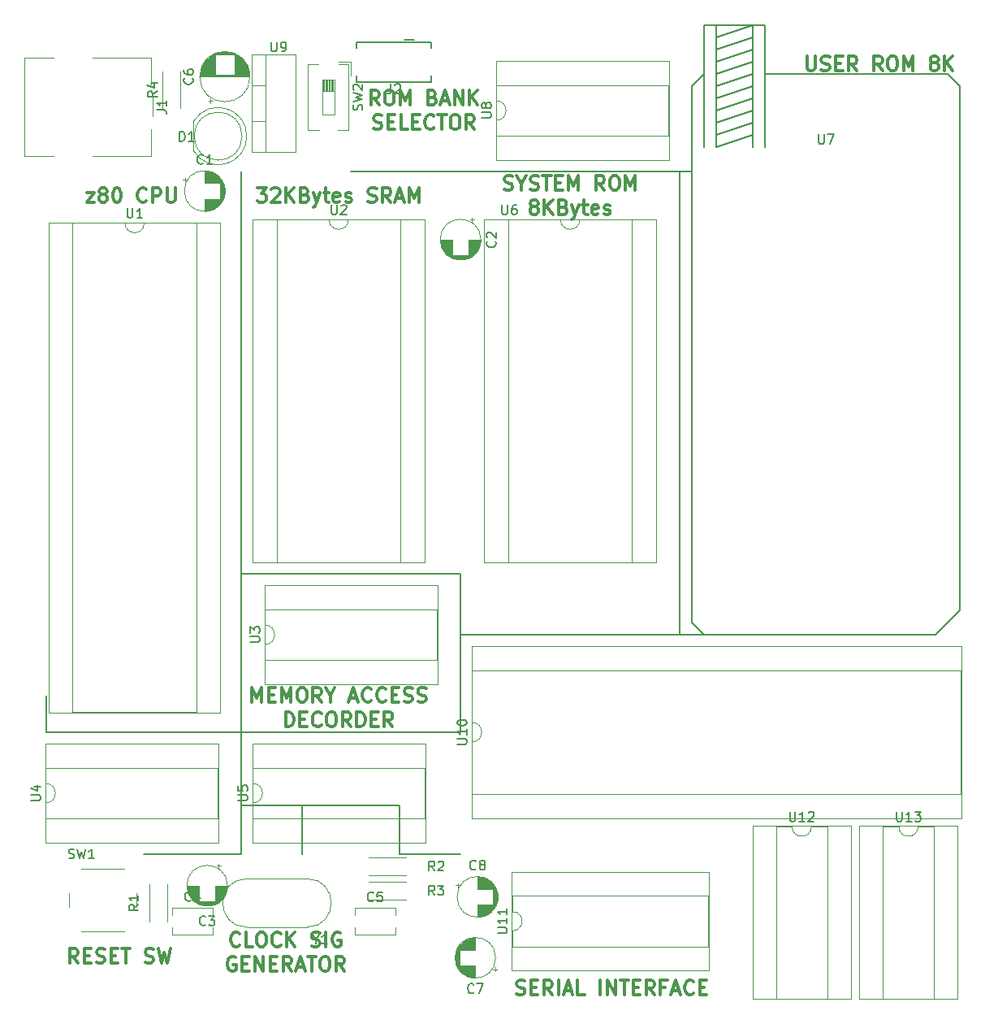
<source format=gbr>
G04 #@! TF.GenerationSoftware,KiCad,Pcbnew,(5.0.0)*
G04 #@! TF.CreationDate,2018-09-23T22:59:08+02:00*
G04 #@! TF.ProjectId,RED_80,5245445F38302E6B696361645F706362,rev?*
G04 #@! TF.SameCoordinates,Original*
G04 #@! TF.FileFunction,Legend,Top*
G04 #@! TF.FilePolarity,Positive*
%FSLAX46Y46*%
G04 Gerber Fmt 4.6, Leading zero omitted, Abs format (unit mm)*
G04 Created by KiCad (PCBNEW (5.0.0)) date 09/23/18 22:59:08*
%MOMM*%
%LPD*%
G01*
G04 APERTURE LIST*
%ADD10C,0.300000*%
%ADD11C,0.200000*%
%ADD12C,0.120000*%
%ADD13C,0.150000*%
G04 APERTURE END LIST*
D10*
X153175142Y-149197142D02*
X153389428Y-149268571D01*
X153746571Y-149268571D01*
X153889428Y-149197142D01*
X153960857Y-149125714D01*
X154032285Y-148982857D01*
X154032285Y-148840000D01*
X153960857Y-148697142D01*
X153889428Y-148625714D01*
X153746571Y-148554285D01*
X153460857Y-148482857D01*
X153318000Y-148411428D01*
X153246571Y-148340000D01*
X153175142Y-148197142D01*
X153175142Y-148054285D01*
X153246571Y-147911428D01*
X153318000Y-147840000D01*
X153460857Y-147768571D01*
X153818000Y-147768571D01*
X154032285Y-147840000D01*
X154675142Y-148482857D02*
X155175142Y-148482857D01*
X155389428Y-149268571D02*
X154675142Y-149268571D01*
X154675142Y-147768571D01*
X155389428Y-147768571D01*
X156889428Y-149268571D02*
X156389428Y-148554285D01*
X156032285Y-149268571D02*
X156032285Y-147768571D01*
X156603714Y-147768571D01*
X156746571Y-147840000D01*
X156818000Y-147911428D01*
X156889428Y-148054285D01*
X156889428Y-148268571D01*
X156818000Y-148411428D01*
X156746571Y-148482857D01*
X156603714Y-148554285D01*
X156032285Y-148554285D01*
X157532285Y-149268571D02*
X157532285Y-147768571D01*
X158175142Y-148840000D02*
X158889428Y-148840000D01*
X158032285Y-149268571D02*
X158532285Y-147768571D01*
X159032285Y-149268571D01*
X160246571Y-149268571D02*
X159532285Y-149268571D01*
X159532285Y-147768571D01*
X161889428Y-149268571D02*
X161889428Y-147768571D01*
X162603714Y-149268571D02*
X162603714Y-147768571D01*
X163460857Y-149268571D01*
X163460857Y-147768571D01*
X163960857Y-147768571D02*
X164818000Y-147768571D01*
X164389428Y-149268571D02*
X164389428Y-147768571D01*
X165318000Y-148482857D02*
X165818000Y-148482857D01*
X166032285Y-149268571D02*
X165318000Y-149268571D01*
X165318000Y-147768571D01*
X166032285Y-147768571D01*
X167532285Y-149268571D02*
X167032285Y-148554285D01*
X166675142Y-149268571D02*
X166675142Y-147768571D01*
X167246571Y-147768571D01*
X167389428Y-147840000D01*
X167460857Y-147911428D01*
X167532285Y-148054285D01*
X167532285Y-148268571D01*
X167460857Y-148411428D01*
X167389428Y-148482857D01*
X167246571Y-148554285D01*
X166675142Y-148554285D01*
X168675142Y-148482857D02*
X168175142Y-148482857D01*
X168175142Y-149268571D02*
X168175142Y-147768571D01*
X168889428Y-147768571D01*
X169389428Y-148840000D02*
X170103714Y-148840000D01*
X169246571Y-149268571D02*
X169746571Y-147768571D01*
X170246571Y-149268571D01*
X171603714Y-149125714D02*
X171532285Y-149197142D01*
X171318000Y-149268571D01*
X171175142Y-149268571D01*
X170960857Y-149197142D01*
X170818000Y-149054285D01*
X170746571Y-148911428D01*
X170675142Y-148625714D01*
X170675142Y-148411428D01*
X170746571Y-148125714D01*
X170818000Y-147982857D01*
X170960857Y-147840000D01*
X171175142Y-147768571D01*
X171318000Y-147768571D01*
X171532285Y-147840000D01*
X171603714Y-147911428D01*
X172246571Y-148482857D02*
X172746571Y-148482857D01*
X172960857Y-149268571D02*
X172246571Y-149268571D01*
X172246571Y-147768571D01*
X172960857Y-147768571D01*
X126120000Y-65218571D02*
X127048571Y-65218571D01*
X126548571Y-65790000D01*
X126762857Y-65790000D01*
X126905714Y-65861428D01*
X126977142Y-65932857D01*
X127048571Y-66075714D01*
X127048571Y-66432857D01*
X126977142Y-66575714D01*
X126905714Y-66647142D01*
X126762857Y-66718571D01*
X126334285Y-66718571D01*
X126191428Y-66647142D01*
X126120000Y-66575714D01*
X127620000Y-65361428D02*
X127691428Y-65290000D01*
X127834285Y-65218571D01*
X128191428Y-65218571D01*
X128334285Y-65290000D01*
X128405714Y-65361428D01*
X128477142Y-65504285D01*
X128477142Y-65647142D01*
X128405714Y-65861428D01*
X127548571Y-66718571D01*
X128477142Y-66718571D01*
X129120000Y-66718571D02*
X129120000Y-65218571D01*
X129977142Y-66718571D02*
X129334285Y-65861428D01*
X129977142Y-65218571D02*
X129120000Y-66075714D01*
X131120000Y-65932857D02*
X131334285Y-66004285D01*
X131405714Y-66075714D01*
X131477142Y-66218571D01*
X131477142Y-66432857D01*
X131405714Y-66575714D01*
X131334285Y-66647142D01*
X131191428Y-66718571D01*
X130620000Y-66718571D01*
X130620000Y-65218571D01*
X131120000Y-65218571D01*
X131262857Y-65290000D01*
X131334285Y-65361428D01*
X131405714Y-65504285D01*
X131405714Y-65647142D01*
X131334285Y-65790000D01*
X131262857Y-65861428D01*
X131120000Y-65932857D01*
X130620000Y-65932857D01*
X131977142Y-65718571D02*
X132334285Y-66718571D01*
X132691428Y-65718571D02*
X132334285Y-66718571D01*
X132191428Y-67075714D01*
X132120000Y-67147142D01*
X131977142Y-67218571D01*
X133048571Y-65718571D02*
X133620000Y-65718571D01*
X133262857Y-65218571D02*
X133262857Y-66504285D01*
X133334285Y-66647142D01*
X133477142Y-66718571D01*
X133620000Y-66718571D01*
X134691428Y-66647142D02*
X134548571Y-66718571D01*
X134262857Y-66718571D01*
X134120000Y-66647142D01*
X134048571Y-66504285D01*
X134048571Y-65932857D01*
X134120000Y-65790000D01*
X134262857Y-65718571D01*
X134548571Y-65718571D01*
X134691428Y-65790000D01*
X134762857Y-65932857D01*
X134762857Y-66075714D01*
X134048571Y-66218571D01*
X135334285Y-66647142D02*
X135477142Y-66718571D01*
X135762857Y-66718571D01*
X135905714Y-66647142D01*
X135977142Y-66504285D01*
X135977142Y-66432857D01*
X135905714Y-66290000D01*
X135762857Y-66218571D01*
X135548571Y-66218571D01*
X135405714Y-66147142D01*
X135334285Y-66004285D01*
X135334285Y-65932857D01*
X135405714Y-65790000D01*
X135548571Y-65718571D01*
X135762857Y-65718571D01*
X135905714Y-65790000D01*
X137691428Y-66647142D02*
X137905714Y-66718571D01*
X138262857Y-66718571D01*
X138405714Y-66647142D01*
X138477142Y-66575714D01*
X138548571Y-66432857D01*
X138548571Y-66290000D01*
X138477142Y-66147142D01*
X138405714Y-66075714D01*
X138262857Y-66004285D01*
X137977142Y-65932857D01*
X137834285Y-65861428D01*
X137762857Y-65790000D01*
X137691428Y-65647142D01*
X137691428Y-65504285D01*
X137762857Y-65361428D01*
X137834285Y-65290000D01*
X137977142Y-65218571D01*
X138334285Y-65218571D01*
X138548571Y-65290000D01*
X140048571Y-66718571D02*
X139548571Y-66004285D01*
X139191428Y-66718571D02*
X139191428Y-65218571D01*
X139762857Y-65218571D01*
X139905714Y-65290000D01*
X139977142Y-65361428D01*
X140048571Y-65504285D01*
X140048571Y-65718571D01*
X139977142Y-65861428D01*
X139905714Y-65932857D01*
X139762857Y-66004285D01*
X139191428Y-66004285D01*
X140620000Y-66290000D02*
X141334285Y-66290000D01*
X140477142Y-66718571D02*
X140977142Y-65218571D01*
X141477142Y-66718571D01*
X141977142Y-66718571D02*
X141977142Y-65218571D01*
X142477142Y-66290000D01*
X142977142Y-65218571D01*
X142977142Y-66718571D01*
X138831428Y-56553571D02*
X138331428Y-55839285D01*
X137974285Y-56553571D02*
X137974285Y-55053571D01*
X138545714Y-55053571D01*
X138688571Y-55125000D01*
X138760000Y-55196428D01*
X138831428Y-55339285D01*
X138831428Y-55553571D01*
X138760000Y-55696428D01*
X138688571Y-55767857D01*
X138545714Y-55839285D01*
X137974285Y-55839285D01*
X139760000Y-55053571D02*
X140045714Y-55053571D01*
X140188571Y-55125000D01*
X140331428Y-55267857D01*
X140402857Y-55553571D01*
X140402857Y-56053571D01*
X140331428Y-56339285D01*
X140188571Y-56482142D01*
X140045714Y-56553571D01*
X139760000Y-56553571D01*
X139617142Y-56482142D01*
X139474285Y-56339285D01*
X139402857Y-56053571D01*
X139402857Y-55553571D01*
X139474285Y-55267857D01*
X139617142Y-55125000D01*
X139760000Y-55053571D01*
X141045714Y-56553571D02*
X141045714Y-55053571D01*
X141545714Y-56125000D01*
X142045714Y-55053571D01*
X142045714Y-56553571D01*
X144402857Y-55767857D02*
X144617142Y-55839285D01*
X144688571Y-55910714D01*
X144760000Y-56053571D01*
X144760000Y-56267857D01*
X144688571Y-56410714D01*
X144617142Y-56482142D01*
X144474285Y-56553571D01*
X143902857Y-56553571D01*
X143902857Y-55053571D01*
X144402857Y-55053571D01*
X144545714Y-55125000D01*
X144617142Y-55196428D01*
X144688571Y-55339285D01*
X144688571Y-55482142D01*
X144617142Y-55625000D01*
X144545714Y-55696428D01*
X144402857Y-55767857D01*
X143902857Y-55767857D01*
X145331428Y-56125000D02*
X146045714Y-56125000D01*
X145188571Y-56553571D02*
X145688571Y-55053571D01*
X146188571Y-56553571D01*
X146688571Y-56553571D02*
X146688571Y-55053571D01*
X147545714Y-56553571D01*
X147545714Y-55053571D01*
X148260000Y-56553571D02*
X148260000Y-55053571D01*
X149117142Y-56553571D02*
X148474285Y-55696428D01*
X149117142Y-55053571D02*
X148260000Y-55910714D01*
X138260000Y-59032142D02*
X138474285Y-59103571D01*
X138831428Y-59103571D01*
X138974285Y-59032142D01*
X139045714Y-58960714D01*
X139117142Y-58817857D01*
X139117142Y-58675000D01*
X139045714Y-58532142D01*
X138974285Y-58460714D01*
X138831428Y-58389285D01*
X138545714Y-58317857D01*
X138402857Y-58246428D01*
X138331428Y-58175000D01*
X138260000Y-58032142D01*
X138260000Y-57889285D01*
X138331428Y-57746428D01*
X138402857Y-57675000D01*
X138545714Y-57603571D01*
X138902857Y-57603571D01*
X139117142Y-57675000D01*
X139760000Y-58317857D02*
X140260000Y-58317857D01*
X140474285Y-59103571D02*
X139760000Y-59103571D01*
X139760000Y-57603571D01*
X140474285Y-57603571D01*
X141831428Y-59103571D02*
X141117142Y-59103571D01*
X141117142Y-57603571D01*
X142331428Y-58317857D02*
X142831428Y-58317857D01*
X143045714Y-59103571D02*
X142331428Y-59103571D01*
X142331428Y-57603571D01*
X143045714Y-57603571D01*
X144545714Y-58960714D02*
X144474285Y-59032142D01*
X144260000Y-59103571D01*
X144117142Y-59103571D01*
X143902857Y-59032142D01*
X143760000Y-58889285D01*
X143688571Y-58746428D01*
X143617142Y-58460714D01*
X143617142Y-58246428D01*
X143688571Y-57960714D01*
X143760000Y-57817857D01*
X143902857Y-57675000D01*
X144117142Y-57603571D01*
X144260000Y-57603571D01*
X144474285Y-57675000D01*
X144545714Y-57746428D01*
X144974285Y-57603571D02*
X145831428Y-57603571D01*
X145402857Y-59103571D02*
X145402857Y-57603571D01*
X146617142Y-57603571D02*
X146902857Y-57603571D01*
X147045714Y-57675000D01*
X147188571Y-57817857D01*
X147260000Y-58103571D01*
X147260000Y-58603571D01*
X147188571Y-58889285D01*
X147045714Y-59032142D01*
X146902857Y-59103571D01*
X146617142Y-59103571D01*
X146474285Y-59032142D01*
X146331428Y-58889285D01*
X146260000Y-58603571D01*
X146260000Y-58103571D01*
X146331428Y-57817857D01*
X146474285Y-57675000D01*
X146617142Y-57603571D01*
X148760000Y-59103571D02*
X148260000Y-58389285D01*
X147902857Y-59103571D02*
X147902857Y-57603571D01*
X148474285Y-57603571D01*
X148617142Y-57675000D01*
X148688571Y-57746428D01*
X148760000Y-57889285D01*
X148760000Y-58103571D01*
X148688571Y-58246428D01*
X148617142Y-58317857D01*
X148474285Y-58389285D01*
X147902857Y-58389285D01*
D11*
X170180000Y-111760000D02*
X168910000Y-111760000D01*
X170180000Y-63500000D02*
X170180000Y-111760000D01*
X172720000Y-111760000D02*
X147320000Y-111760000D01*
D10*
X125584285Y-118783571D02*
X125584285Y-117283571D01*
X126084285Y-118355000D01*
X126584285Y-117283571D01*
X126584285Y-118783571D01*
X127298571Y-117997857D02*
X127798571Y-117997857D01*
X128012857Y-118783571D02*
X127298571Y-118783571D01*
X127298571Y-117283571D01*
X128012857Y-117283571D01*
X128655714Y-118783571D02*
X128655714Y-117283571D01*
X129155714Y-118355000D01*
X129655714Y-117283571D01*
X129655714Y-118783571D01*
X130655714Y-117283571D02*
X130941428Y-117283571D01*
X131084285Y-117355000D01*
X131227142Y-117497857D01*
X131298571Y-117783571D01*
X131298571Y-118283571D01*
X131227142Y-118569285D01*
X131084285Y-118712142D01*
X130941428Y-118783571D01*
X130655714Y-118783571D01*
X130512857Y-118712142D01*
X130370000Y-118569285D01*
X130298571Y-118283571D01*
X130298571Y-117783571D01*
X130370000Y-117497857D01*
X130512857Y-117355000D01*
X130655714Y-117283571D01*
X132798571Y-118783571D02*
X132298571Y-118069285D01*
X131941428Y-118783571D02*
X131941428Y-117283571D01*
X132512857Y-117283571D01*
X132655714Y-117355000D01*
X132727142Y-117426428D01*
X132798571Y-117569285D01*
X132798571Y-117783571D01*
X132727142Y-117926428D01*
X132655714Y-117997857D01*
X132512857Y-118069285D01*
X131941428Y-118069285D01*
X133727142Y-118069285D02*
X133727142Y-118783571D01*
X133227142Y-117283571D02*
X133727142Y-118069285D01*
X134227142Y-117283571D01*
X135798571Y-118355000D02*
X136512857Y-118355000D01*
X135655714Y-118783571D02*
X136155714Y-117283571D01*
X136655714Y-118783571D01*
X138012857Y-118640714D02*
X137941428Y-118712142D01*
X137727142Y-118783571D01*
X137584285Y-118783571D01*
X137370000Y-118712142D01*
X137227142Y-118569285D01*
X137155714Y-118426428D01*
X137084285Y-118140714D01*
X137084285Y-117926428D01*
X137155714Y-117640714D01*
X137227142Y-117497857D01*
X137370000Y-117355000D01*
X137584285Y-117283571D01*
X137727142Y-117283571D01*
X137941428Y-117355000D01*
X138012857Y-117426428D01*
X139512857Y-118640714D02*
X139441428Y-118712142D01*
X139227142Y-118783571D01*
X139084285Y-118783571D01*
X138870000Y-118712142D01*
X138727142Y-118569285D01*
X138655714Y-118426428D01*
X138584285Y-118140714D01*
X138584285Y-117926428D01*
X138655714Y-117640714D01*
X138727142Y-117497857D01*
X138870000Y-117355000D01*
X139084285Y-117283571D01*
X139227142Y-117283571D01*
X139441428Y-117355000D01*
X139512857Y-117426428D01*
X140155714Y-117997857D02*
X140655714Y-117997857D01*
X140870000Y-118783571D02*
X140155714Y-118783571D01*
X140155714Y-117283571D01*
X140870000Y-117283571D01*
X141441428Y-118712142D02*
X141655714Y-118783571D01*
X142012857Y-118783571D01*
X142155714Y-118712142D01*
X142227142Y-118640714D01*
X142298571Y-118497857D01*
X142298571Y-118355000D01*
X142227142Y-118212142D01*
X142155714Y-118140714D01*
X142012857Y-118069285D01*
X141727142Y-117997857D01*
X141584285Y-117926428D01*
X141512857Y-117855000D01*
X141441428Y-117712142D01*
X141441428Y-117569285D01*
X141512857Y-117426428D01*
X141584285Y-117355000D01*
X141727142Y-117283571D01*
X142084285Y-117283571D01*
X142298571Y-117355000D01*
X142870000Y-118712142D02*
X143084285Y-118783571D01*
X143441428Y-118783571D01*
X143584285Y-118712142D01*
X143655714Y-118640714D01*
X143727142Y-118497857D01*
X143727142Y-118355000D01*
X143655714Y-118212142D01*
X143584285Y-118140714D01*
X143441428Y-118069285D01*
X143155714Y-117997857D01*
X143012857Y-117926428D01*
X142941428Y-117855000D01*
X142870000Y-117712142D01*
X142870000Y-117569285D01*
X142941428Y-117426428D01*
X143012857Y-117355000D01*
X143155714Y-117283571D01*
X143512857Y-117283571D01*
X143727142Y-117355000D01*
X129084285Y-121333571D02*
X129084285Y-119833571D01*
X129441428Y-119833571D01*
X129655714Y-119905000D01*
X129798571Y-120047857D01*
X129870000Y-120190714D01*
X129941428Y-120476428D01*
X129941428Y-120690714D01*
X129870000Y-120976428D01*
X129798571Y-121119285D01*
X129655714Y-121262142D01*
X129441428Y-121333571D01*
X129084285Y-121333571D01*
X130584285Y-120547857D02*
X131084285Y-120547857D01*
X131298571Y-121333571D02*
X130584285Y-121333571D01*
X130584285Y-119833571D01*
X131298571Y-119833571D01*
X132798571Y-121190714D02*
X132727142Y-121262142D01*
X132512857Y-121333571D01*
X132370000Y-121333571D01*
X132155714Y-121262142D01*
X132012857Y-121119285D01*
X131941428Y-120976428D01*
X131870000Y-120690714D01*
X131870000Y-120476428D01*
X131941428Y-120190714D01*
X132012857Y-120047857D01*
X132155714Y-119905000D01*
X132370000Y-119833571D01*
X132512857Y-119833571D01*
X132727142Y-119905000D01*
X132798571Y-119976428D01*
X133727142Y-119833571D02*
X134012857Y-119833571D01*
X134155714Y-119905000D01*
X134298571Y-120047857D01*
X134370000Y-120333571D01*
X134370000Y-120833571D01*
X134298571Y-121119285D01*
X134155714Y-121262142D01*
X134012857Y-121333571D01*
X133727142Y-121333571D01*
X133584285Y-121262142D01*
X133441428Y-121119285D01*
X133370000Y-120833571D01*
X133370000Y-120333571D01*
X133441428Y-120047857D01*
X133584285Y-119905000D01*
X133727142Y-119833571D01*
X135870000Y-121333571D02*
X135370000Y-120619285D01*
X135012857Y-121333571D02*
X135012857Y-119833571D01*
X135584285Y-119833571D01*
X135727142Y-119905000D01*
X135798571Y-119976428D01*
X135870000Y-120119285D01*
X135870000Y-120333571D01*
X135798571Y-120476428D01*
X135727142Y-120547857D01*
X135584285Y-120619285D01*
X135012857Y-120619285D01*
X136512857Y-121333571D02*
X136512857Y-119833571D01*
X136870000Y-119833571D01*
X137084285Y-119905000D01*
X137227142Y-120047857D01*
X137298571Y-120190714D01*
X137370000Y-120476428D01*
X137370000Y-120690714D01*
X137298571Y-120976428D01*
X137227142Y-121119285D01*
X137084285Y-121262142D01*
X136870000Y-121333571D01*
X136512857Y-121333571D01*
X138012857Y-120547857D02*
X138512857Y-120547857D01*
X138727142Y-121333571D02*
X138012857Y-121333571D01*
X138012857Y-119833571D01*
X138727142Y-119833571D01*
X140227142Y-121333571D02*
X139727142Y-120619285D01*
X139370000Y-121333571D02*
X139370000Y-119833571D01*
X139941428Y-119833571D01*
X140084285Y-119905000D01*
X140155714Y-119976428D01*
X140227142Y-120119285D01*
X140227142Y-120333571D01*
X140155714Y-120476428D01*
X140084285Y-120547857D01*
X139941428Y-120619285D01*
X139370000Y-120619285D01*
D11*
X147320000Y-121920000D02*
X124460000Y-121920000D01*
X147320000Y-105410000D02*
X147320000Y-121920000D01*
X124460000Y-105410000D02*
X147320000Y-105410000D01*
X124460000Y-123190000D02*
X124460000Y-63500000D01*
X135890000Y-63500000D02*
X171450000Y-63500000D01*
D10*
X183436571Y-51502571D02*
X183436571Y-52716857D01*
X183508000Y-52859714D01*
X183579428Y-52931142D01*
X183722285Y-53002571D01*
X184008000Y-53002571D01*
X184150857Y-52931142D01*
X184222285Y-52859714D01*
X184293714Y-52716857D01*
X184293714Y-51502571D01*
X184936571Y-52931142D02*
X185150857Y-53002571D01*
X185508000Y-53002571D01*
X185650857Y-52931142D01*
X185722285Y-52859714D01*
X185793714Y-52716857D01*
X185793714Y-52574000D01*
X185722285Y-52431142D01*
X185650857Y-52359714D01*
X185508000Y-52288285D01*
X185222285Y-52216857D01*
X185079428Y-52145428D01*
X185008000Y-52074000D01*
X184936571Y-51931142D01*
X184936571Y-51788285D01*
X185008000Y-51645428D01*
X185079428Y-51574000D01*
X185222285Y-51502571D01*
X185579428Y-51502571D01*
X185793714Y-51574000D01*
X186436571Y-52216857D02*
X186936571Y-52216857D01*
X187150857Y-53002571D02*
X186436571Y-53002571D01*
X186436571Y-51502571D01*
X187150857Y-51502571D01*
X188650857Y-53002571D02*
X188150857Y-52288285D01*
X187793714Y-53002571D02*
X187793714Y-51502571D01*
X188365142Y-51502571D01*
X188508000Y-51574000D01*
X188579428Y-51645428D01*
X188650857Y-51788285D01*
X188650857Y-52002571D01*
X188579428Y-52145428D01*
X188508000Y-52216857D01*
X188365142Y-52288285D01*
X187793714Y-52288285D01*
X191293714Y-53002571D02*
X190793714Y-52288285D01*
X190436571Y-53002571D02*
X190436571Y-51502571D01*
X191008000Y-51502571D01*
X191150857Y-51574000D01*
X191222285Y-51645428D01*
X191293714Y-51788285D01*
X191293714Y-52002571D01*
X191222285Y-52145428D01*
X191150857Y-52216857D01*
X191008000Y-52288285D01*
X190436571Y-52288285D01*
X192222285Y-51502571D02*
X192508000Y-51502571D01*
X192650857Y-51574000D01*
X192793714Y-51716857D01*
X192865142Y-52002571D01*
X192865142Y-52502571D01*
X192793714Y-52788285D01*
X192650857Y-52931142D01*
X192508000Y-53002571D01*
X192222285Y-53002571D01*
X192079428Y-52931142D01*
X191936571Y-52788285D01*
X191865142Y-52502571D01*
X191865142Y-52002571D01*
X191936571Y-51716857D01*
X192079428Y-51574000D01*
X192222285Y-51502571D01*
X193508000Y-53002571D02*
X193508000Y-51502571D01*
X194008000Y-52574000D01*
X194508000Y-51502571D01*
X194508000Y-53002571D01*
X196579428Y-52145428D02*
X196436571Y-52074000D01*
X196365142Y-52002571D01*
X196293714Y-51859714D01*
X196293714Y-51788285D01*
X196365142Y-51645428D01*
X196436571Y-51574000D01*
X196579428Y-51502571D01*
X196865142Y-51502571D01*
X197008000Y-51574000D01*
X197079428Y-51645428D01*
X197150857Y-51788285D01*
X197150857Y-51859714D01*
X197079428Y-52002571D01*
X197008000Y-52074000D01*
X196865142Y-52145428D01*
X196579428Y-52145428D01*
X196436571Y-52216857D01*
X196365142Y-52288285D01*
X196293714Y-52431142D01*
X196293714Y-52716857D01*
X196365142Y-52859714D01*
X196436571Y-52931142D01*
X196579428Y-53002571D01*
X196865142Y-53002571D01*
X197008000Y-52931142D01*
X197079428Y-52859714D01*
X197150857Y-52716857D01*
X197150857Y-52431142D01*
X197079428Y-52288285D01*
X197008000Y-52216857D01*
X196865142Y-52145428D01*
X197793714Y-53002571D02*
X197793714Y-51502571D01*
X198650857Y-53002571D02*
X198008000Y-52145428D01*
X198650857Y-51502571D02*
X197793714Y-52359714D01*
X151892857Y-65372142D02*
X152107142Y-65443571D01*
X152464285Y-65443571D01*
X152607142Y-65372142D01*
X152678571Y-65300714D01*
X152750000Y-65157857D01*
X152750000Y-65015000D01*
X152678571Y-64872142D01*
X152607142Y-64800714D01*
X152464285Y-64729285D01*
X152178571Y-64657857D01*
X152035714Y-64586428D01*
X151964285Y-64515000D01*
X151892857Y-64372142D01*
X151892857Y-64229285D01*
X151964285Y-64086428D01*
X152035714Y-64015000D01*
X152178571Y-63943571D01*
X152535714Y-63943571D01*
X152750000Y-64015000D01*
X153678571Y-64729285D02*
X153678571Y-65443571D01*
X153178571Y-63943571D02*
X153678571Y-64729285D01*
X154178571Y-63943571D01*
X154607142Y-65372142D02*
X154821428Y-65443571D01*
X155178571Y-65443571D01*
X155321428Y-65372142D01*
X155392857Y-65300714D01*
X155464285Y-65157857D01*
X155464285Y-65015000D01*
X155392857Y-64872142D01*
X155321428Y-64800714D01*
X155178571Y-64729285D01*
X154892857Y-64657857D01*
X154750000Y-64586428D01*
X154678571Y-64515000D01*
X154607142Y-64372142D01*
X154607142Y-64229285D01*
X154678571Y-64086428D01*
X154750000Y-64015000D01*
X154892857Y-63943571D01*
X155250000Y-63943571D01*
X155464285Y-64015000D01*
X155892857Y-63943571D02*
X156750000Y-63943571D01*
X156321428Y-65443571D02*
X156321428Y-63943571D01*
X157250000Y-64657857D02*
X157750000Y-64657857D01*
X157964285Y-65443571D02*
X157250000Y-65443571D01*
X157250000Y-63943571D01*
X157964285Y-63943571D01*
X158607142Y-65443571D02*
X158607142Y-63943571D01*
X159107142Y-65015000D01*
X159607142Y-63943571D01*
X159607142Y-65443571D01*
X162321428Y-65443571D02*
X161821428Y-64729285D01*
X161464285Y-65443571D02*
X161464285Y-63943571D01*
X162035714Y-63943571D01*
X162178571Y-64015000D01*
X162250000Y-64086428D01*
X162321428Y-64229285D01*
X162321428Y-64443571D01*
X162250000Y-64586428D01*
X162178571Y-64657857D01*
X162035714Y-64729285D01*
X161464285Y-64729285D01*
X163250000Y-63943571D02*
X163535714Y-63943571D01*
X163678571Y-64015000D01*
X163821428Y-64157857D01*
X163892857Y-64443571D01*
X163892857Y-64943571D01*
X163821428Y-65229285D01*
X163678571Y-65372142D01*
X163535714Y-65443571D01*
X163250000Y-65443571D01*
X163107142Y-65372142D01*
X162964285Y-65229285D01*
X162892857Y-64943571D01*
X162892857Y-64443571D01*
X162964285Y-64157857D01*
X163107142Y-64015000D01*
X163250000Y-63943571D01*
X164535714Y-65443571D02*
X164535714Y-63943571D01*
X165035714Y-65015000D01*
X165535714Y-63943571D01*
X165535714Y-65443571D01*
X154857142Y-67136428D02*
X154714285Y-67065000D01*
X154642857Y-66993571D01*
X154571428Y-66850714D01*
X154571428Y-66779285D01*
X154642857Y-66636428D01*
X154714285Y-66565000D01*
X154857142Y-66493571D01*
X155142857Y-66493571D01*
X155285714Y-66565000D01*
X155357142Y-66636428D01*
X155428571Y-66779285D01*
X155428571Y-66850714D01*
X155357142Y-66993571D01*
X155285714Y-67065000D01*
X155142857Y-67136428D01*
X154857142Y-67136428D01*
X154714285Y-67207857D01*
X154642857Y-67279285D01*
X154571428Y-67422142D01*
X154571428Y-67707857D01*
X154642857Y-67850714D01*
X154714285Y-67922142D01*
X154857142Y-67993571D01*
X155142857Y-67993571D01*
X155285714Y-67922142D01*
X155357142Y-67850714D01*
X155428571Y-67707857D01*
X155428571Y-67422142D01*
X155357142Y-67279285D01*
X155285714Y-67207857D01*
X155142857Y-67136428D01*
X156071428Y-67993571D02*
X156071428Y-66493571D01*
X156928571Y-67993571D02*
X156285714Y-67136428D01*
X156928571Y-66493571D02*
X156071428Y-67350714D01*
X158071428Y-67207857D02*
X158285714Y-67279285D01*
X158357142Y-67350714D01*
X158428571Y-67493571D01*
X158428571Y-67707857D01*
X158357142Y-67850714D01*
X158285714Y-67922142D01*
X158142857Y-67993571D01*
X157571428Y-67993571D01*
X157571428Y-66493571D01*
X158071428Y-66493571D01*
X158214285Y-66565000D01*
X158285714Y-66636428D01*
X158357142Y-66779285D01*
X158357142Y-66922142D01*
X158285714Y-67065000D01*
X158214285Y-67136428D01*
X158071428Y-67207857D01*
X157571428Y-67207857D01*
X158928571Y-66993571D02*
X159285714Y-67993571D01*
X159642857Y-66993571D02*
X159285714Y-67993571D01*
X159142857Y-68350714D01*
X159071428Y-68422142D01*
X158928571Y-68493571D01*
X160000000Y-66993571D02*
X160571428Y-66993571D01*
X160214285Y-66493571D02*
X160214285Y-67779285D01*
X160285714Y-67922142D01*
X160428571Y-67993571D01*
X160571428Y-67993571D01*
X161642857Y-67922142D02*
X161500000Y-67993571D01*
X161214285Y-67993571D01*
X161071428Y-67922142D01*
X161000000Y-67779285D01*
X161000000Y-67207857D01*
X161071428Y-67065000D01*
X161214285Y-66993571D01*
X161500000Y-66993571D01*
X161642857Y-67065000D01*
X161714285Y-67207857D01*
X161714285Y-67350714D01*
X161000000Y-67493571D01*
X162285714Y-67922142D02*
X162428571Y-67993571D01*
X162714285Y-67993571D01*
X162857142Y-67922142D01*
X162928571Y-67779285D01*
X162928571Y-67707857D01*
X162857142Y-67565000D01*
X162714285Y-67493571D01*
X162500000Y-67493571D01*
X162357142Y-67422142D01*
X162285714Y-67279285D01*
X162285714Y-67207857D01*
X162357142Y-67065000D01*
X162500000Y-66993571D01*
X162714285Y-66993571D01*
X162857142Y-67065000D01*
D11*
X124460000Y-129540000D02*
X124460000Y-132080000D01*
X130810000Y-129540000D02*
X124460000Y-129540000D01*
X124460000Y-134620000D02*
X114300000Y-134620000D01*
X130810000Y-129540000D02*
X130810000Y-134620000D01*
X140970000Y-129540000D02*
X130810000Y-129540000D01*
X140970000Y-134620000D02*
X140970000Y-129540000D01*
X147320000Y-134620000D02*
X140970000Y-134620000D01*
X124460000Y-121920000D02*
X124460000Y-134620000D01*
X104140000Y-121920000D02*
X124460000Y-121920000D01*
X104140000Y-118110000D02*
X104140000Y-121920000D01*
D10*
X108351428Y-65718571D02*
X109137142Y-65718571D01*
X108351428Y-66718571D01*
X109137142Y-66718571D01*
X109922857Y-65861428D02*
X109780000Y-65790000D01*
X109708571Y-65718571D01*
X109637142Y-65575714D01*
X109637142Y-65504285D01*
X109708571Y-65361428D01*
X109780000Y-65290000D01*
X109922857Y-65218571D01*
X110208571Y-65218571D01*
X110351428Y-65290000D01*
X110422857Y-65361428D01*
X110494285Y-65504285D01*
X110494285Y-65575714D01*
X110422857Y-65718571D01*
X110351428Y-65790000D01*
X110208571Y-65861428D01*
X109922857Y-65861428D01*
X109780000Y-65932857D01*
X109708571Y-66004285D01*
X109637142Y-66147142D01*
X109637142Y-66432857D01*
X109708571Y-66575714D01*
X109780000Y-66647142D01*
X109922857Y-66718571D01*
X110208571Y-66718571D01*
X110351428Y-66647142D01*
X110422857Y-66575714D01*
X110494285Y-66432857D01*
X110494285Y-66147142D01*
X110422857Y-66004285D01*
X110351428Y-65932857D01*
X110208571Y-65861428D01*
X111422857Y-65218571D02*
X111565714Y-65218571D01*
X111708571Y-65290000D01*
X111780000Y-65361428D01*
X111851428Y-65504285D01*
X111922857Y-65790000D01*
X111922857Y-66147142D01*
X111851428Y-66432857D01*
X111780000Y-66575714D01*
X111708571Y-66647142D01*
X111565714Y-66718571D01*
X111422857Y-66718571D01*
X111280000Y-66647142D01*
X111208571Y-66575714D01*
X111137142Y-66432857D01*
X111065714Y-66147142D01*
X111065714Y-65790000D01*
X111137142Y-65504285D01*
X111208571Y-65361428D01*
X111280000Y-65290000D01*
X111422857Y-65218571D01*
X114565714Y-66575714D02*
X114494285Y-66647142D01*
X114280000Y-66718571D01*
X114137142Y-66718571D01*
X113922857Y-66647142D01*
X113780000Y-66504285D01*
X113708571Y-66361428D01*
X113637142Y-66075714D01*
X113637142Y-65861428D01*
X113708571Y-65575714D01*
X113780000Y-65432857D01*
X113922857Y-65290000D01*
X114137142Y-65218571D01*
X114280000Y-65218571D01*
X114494285Y-65290000D01*
X114565714Y-65361428D01*
X115208571Y-66718571D02*
X115208571Y-65218571D01*
X115780000Y-65218571D01*
X115922857Y-65290000D01*
X115994285Y-65361428D01*
X116065714Y-65504285D01*
X116065714Y-65718571D01*
X115994285Y-65861428D01*
X115922857Y-65932857D01*
X115780000Y-66004285D01*
X115208571Y-66004285D01*
X116708571Y-65218571D02*
X116708571Y-66432857D01*
X116780000Y-66575714D01*
X116851428Y-66647142D01*
X116994285Y-66718571D01*
X117280000Y-66718571D01*
X117422857Y-66647142D01*
X117494285Y-66575714D01*
X117565714Y-66432857D01*
X117565714Y-65218571D01*
X124274071Y-144104214D02*
X124202642Y-144175642D01*
X123988357Y-144247071D01*
X123845500Y-144247071D01*
X123631214Y-144175642D01*
X123488357Y-144032785D01*
X123416928Y-143889928D01*
X123345500Y-143604214D01*
X123345500Y-143389928D01*
X123416928Y-143104214D01*
X123488357Y-142961357D01*
X123631214Y-142818500D01*
X123845500Y-142747071D01*
X123988357Y-142747071D01*
X124202642Y-142818500D01*
X124274071Y-142889928D01*
X125631214Y-144247071D02*
X124916928Y-144247071D01*
X124916928Y-142747071D01*
X126416928Y-142747071D02*
X126702642Y-142747071D01*
X126845500Y-142818500D01*
X126988357Y-142961357D01*
X127059785Y-143247071D01*
X127059785Y-143747071D01*
X126988357Y-144032785D01*
X126845500Y-144175642D01*
X126702642Y-144247071D01*
X126416928Y-144247071D01*
X126274071Y-144175642D01*
X126131214Y-144032785D01*
X126059785Y-143747071D01*
X126059785Y-143247071D01*
X126131214Y-142961357D01*
X126274071Y-142818500D01*
X126416928Y-142747071D01*
X128559785Y-144104214D02*
X128488357Y-144175642D01*
X128274071Y-144247071D01*
X128131214Y-144247071D01*
X127916928Y-144175642D01*
X127774071Y-144032785D01*
X127702642Y-143889928D01*
X127631214Y-143604214D01*
X127631214Y-143389928D01*
X127702642Y-143104214D01*
X127774071Y-142961357D01*
X127916928Y-142818500D01*
X128131214Y-142747071D01*
X128274071Y-142747071D01*
X128488357Y-142818500D01*
X128559785Y-142889928D01*
X129202642Y-144247071D02*
X129202642Y-142747071D01*
X130059785Y-144247071D02*
X129416928Y-143389928D01*
X130059785Y-142747071D02*
X129202642Y-143604214D01*
X131774071Y-144175642D02*
X131988357Y-144247071D01*
X132345500Y-144247071D01*
X132488357Y-144175642D01*
X132559785Y-144104214D01*
X132631214Y-143961357D01*
X132631214Y-143818500D01*
X132559785Y-143675642D01*
X132488357Y-143604214D01*
X132345500Y-143532785D01*
X132059785Y-143461357D01*
X131916928Y-143389928D01*
X131845500Y-143318500D01*
X131774071Y-143175642D01*
X131774071Y-143032785D01*
X131845500Y-142889928D01*
X131916928Y-142818500D01*
X132059785Y-142747071D01*
X132416928Y-142747071D01*
X132631214Y-142818500D01*
X133274071Y-144247071D02*
X133274071Y-142747071D01*
X134774071Y-142818500D02*
X134631214Y-142747071D01*
X134416928Y-142747071D01*
X134202642Y-142818500D01*
X134059785Y-142961357D01*
X133988357Y-143104214D01*
X133916928Y-143389928D01*
X133916928Y-143604214D01*
X133988357Y-143889928D01*
X134059785Y-144032785D01*
X134202642Y-144175642D01*
X134416928Y-144247071D01*
X134559785Y-144247071D01*
X134774071Y-144175642D01*
X134845500Y-144104214D01*
X134845500Y-143604214D01*
X134559785Y-143604214D01*
X123845500Y-145368500D02*
X123702642Y-145297071D01*
X123488357Y-145297071D01*
X123274071Y-145368500D01*
X123131214Y-145511357D01*
X123059785Y-145654214D01*
X122988357Y-145939928D01*
X122988357Y-146154214D01*
X123059785Y-146439928D01*
X123131214Y-146582785D01*
X123274071Y-146725642D01*
X123488357Y-146797071D01*
X123631214Y-146797071D01*
X123845500Y-146725642D01*
X123916928Y-146654214D01*
X123916928Y-146154214D01*
X123631214Y-146154214D01*
X124559785Y-146011357D02*
X125059785Y-146011357D01*
X125274071Y-146797071D02*
X124559785Y-146797071D01*
X124559785Y-145297071D01*
X125274071Y-145297071D01*
X125916928Y-146797071D02*
X125916928Y-145297071D01*
X126774071Y-146797071D01*
X126774071Y-145297071D01*
X127488357Y-146011357D02*
X127988357Y-146011357D01*
X128202642Y-146797071D02*
X127488357Y-146797071D01*
X127488357Y-145297071D01*
X128202642Y-145297071D01*
X129702642Y-146797071D02*
X129202642Y-146082785D01*
X128845500Y-146797071D02*
X128845500Y-145297071D01*
X129416928Y-145297071D01*
X129559785Y-145368500D01*
X129631214Y-145439928D01*
X129702642Y-145582785D01*
X129702642Y-145797071D01*
X129631214Y-145939928D01*
X129559785Y-146011357D01*
X129416928Y-146082785D01*
X128845500Y-146082785D01*
X130274071Y-146368500D02*
X130988357Y-146368500D01*
X130131214Y-146797071D02*
X130631214Y-145297071D01*
X131131214Y-146797071D01*
X131416928Y-145297071D02*
X132274071Y-145297071D01*
X131845500Y-146797071D02*
X131845500Y-145297071D01*
X133059785Y-145297071D02*
X133345500Y-145297071D01*
X133488357Y-145368500D01*
X133631214Y-145511357D01*
X133702642Y-145797071D01*
X133702642Y-146297071D01*
X133631214Y-146582785D01*
X133488357Y-146725642D01*
X133345500Y-146797071D01*
X133059785Y-146797071D01*
X132916928Y-146725642D01*
X132774071Y-146582785D01*
X132702642Y-146297071D01*
X132702642Y-145797071D01*
X132774071Y-145511357D01*
X132916928Y-145368500D01*
X133059785Y-145297071D01*
X135202642Y-146797071D02*
X134702642Y-146082785D01*
X134345500Y-146797071D02*
X134345500Y-145297071D01*
X134916928Y-145297071D01*
X135059785Y-145368500D01*
X135131214Y-145439928D01*
X135202642Y-145582785D01*
X135202642Y-145797071D01*
X135131214Y-145939928D01*
X135059785Y-146011357D01*
X134916928Y-146082785D01*
X134345500Y-146082785D01*
X107438571Y-145966571D02*
X106938571Y-145252285D01*
X106581428Y-145966571D02*
X106581428Y-144466571D01*
X107152857Y-144466571D01*
X107295714Y-144538000D01*
X107367142Y-144609428D01*
X107438571Y-144752285D01*
X107438571Y-144966571D01*
X107367142Y-145109428D01*
X107295714Y-145180857D01*
X107152857Y-145252285D01*
X106581428Y-145252285D01*
X108081428Y-145180857D02*
X108581428Y-145180857D01*
X108795714Y-145966571D02*
X108081428Y-145966571D01*
X108081428Y-144466571D01*
X108795714Y-144466571D01*
X109367142Y-145895142D02*
X109581428Y-145966571D01*
X109938571Y-145966571D01*
X110081428Y-145895142D01*
X110152857Y-145823714D01*
X110224285Y-145680857D01*
X110224285Y-145538000D01*
X110152857Y-145395142D01*
X110081428Y-145323714D01*
X109938571Y-145252285D01*
X109652857Y-145180857D01*
X109510000Y-145109428D01*
X109438571Y-145038000D01*
X109367142Y-144895142D01*
X109367142Y-144752285D01*
X109438571Y-144609428D01*
X109510000Y-144538000D01*
X109652857Y-144466571D01*
X110010000Y-144466571D01*
X110224285Y-144538000D01*
X110867142Y-145180857D02*
X111367142Y-145180857D01*
X111581428Y-145966571D02*
X110867142Y-145966571D01*
X110867142Y-144466571D01*
X111581428Y-144466571D01*
X112010000Y-144466571D02*
X112867142Y-144466571D01*
X112438571Y-145966571D02*
X112438571Y-144466571D01*
X114438571Y-145895142D02*
X114652857Y-145966571D01*
X115010000Y-145966571D01*
X115152857Y-145895142D01*
X115224285Y-145823714D01*
X115295714Y-145680857D01*
X115295714Y-145538000D01*
X115224285Y-145395142D01*
X115152857Y-145323714D01*
X115010000Y-145252285D01*
X114724285Y-145180857D01*
X114581428Y-145109428D01*
X114510000Y-145038000D01*
X114438571Y-144895142D01*
X114438571Y-144752285D01*
X114510000Y-144609428D01*
X114581428Y-144538000D01*
X114724285Y-144466571D01*
X115081428Y-144466571D01*
X115295714Y-144538000D01*
X115795714Y-144466571D02*
X116152857Y-145966571D01*
X116438571Y-144895142D01*
X116724285Y-145966571D01*
X117081428Y-144466571D01*
D12*
G04 #@! TO.C,J1*
X108969000Y-51659000D02*
X115029000Y-51659000D01*
X115029000Y-51659000D02*
X115029000Y-54469000D01*
X115029000Y-59069000D02*
X115029000Y-61879000D01*
X115029000Y-61879000D02*
X108969000Y-61879000D01*
X104869000Y-61879000D02*
X101809000Y-61879000D01*
X101809000Y-61879000D02*
X101809000Y-51659000D01*
X101809000Y-51659000D02*
X104869000Y-51659000D01*
X115219000Y-55769000D02*
X115219000Y-57769000D01*
G04 #@! TO.C,U2*
X135620000Y-68520000D02*
G75*
G02X133620000Y-68520000I-1000000J0D01*
G01*
X133620000Y-68520000D02*
X128160000Y-68520000D01*
X128160000Y-68520000D02*
X128160000Y-104200000D01*
X128160000Y-104200000D02*
X141080000Y-104200000D01*
X141080000Y-104200000D02*
X141080000Y-68520000D01*
X141080000Y-68520000D02*
X135620000Y-68520000D01*
X125670000Y-68460000D02*
X125670000Y-104260000D01*
X125670000Y-104260000D02*
X143570000Y-104260000D01*
X143570000Y-104260000D02*
X143570000Y-68460000D01*
X143570000Y-68460000D02*
X125670000Y-68460000D01*
G04 #@! TO.C,U11*
X152721000Y-140605000D02*
G75*
G02X152721000Y-142605000I0J-1000000D01*
G01*
X152721000Y-142605000D02*
X152721000Y-144255000D01*
X152721000Y-144255000D02*
X173161000Y-144255000D01*
X173161000Y-144255000D02*
X173161000Y-138955000D01*
X173161000Y-138955000D02*
X152721000Y-138955000D01*
X152721000Y-138955000D02*
X152721000Y-140605000D01*
X152661000Y-146745000D02*
X173221000Y-146745000D01*
X173221000Y-146745000D02*
X173221000Y-136465000D01*
X173221000Y-136465000D02*
X152661000Y-136465000D01*
X152661000Y-136465000D02*
X152661000Y-146745000D01*
G04 #@! TO.C,U6*
X167700000Y-68460000D02*
X149800000Y-68460000D01*
X167700000Y-104260000D02*
X167700000Y-68460000D01*
X149800000Y-104260000D02*
X167700000Y-104260000D01*
X149800000Y-68460000D02*
X149800000Y-104260000D01*
X165210000Y-68520000D02*
X159750000Y-68520000D01*
X165210000Y-104200000D02*
X165210000Y-68520000D01*
X152290000Y-104200000D02*
X165210000Y-104200000D01*
X152290000Y-68520000D02*
X152290000Y-104200000D01*
X157750000Y-68520000D02*
X152290000Y-68520000D01*
X159750000Y-68520000D02*
G75*
G02X157750000Y-68520000I-1000000J0D01*
G01*
D13*
G04 #@! TO.C,U7*
X171450000Y-110490000D02*
X171450000Y-54610000D01*
X172720000Y-111760000D02*
X171450000Y-110490000D01*
X196850000Y-111760000D02*
X172720000Y-111760000D01*
X199390000Y-109220000D02*
X196850000Y-111760000D01*
X199390000Y-54610000D02*
X199390000Y-109220000D01*
X198120000Y-53340000D02*
X179070000Y-53340000D01*
X198120000Y-53340000D02*
X199390000Y-54610000D01*
X172720000Y-53340000D02*
X171450000Y-54610000D01*
X172720000Y-111760000D02*
X171450000Y-110490000D01*
X199390000Y-109220000D02*
X196850000Y-111760000D01*
X177800000Y-59690000D02*
X173990000Y-60960000D01*
X177800000Y-58420000D02*
X173990000Y-59690000D01*
X177800000Y-57150000D02*
X173990000Y-58420000D01*
X177800000Y-55880000D02*
X173990000Y-57150000D01*
X177800000Y-54610000D02*
X173990000Y-55880000D01*
X177800000Y-53340000D02*
X173990000Y-54610000D01*
X177800000Y-52070000D02*
X173990000Y-53340000D01*
X177800000Y-50800000D02*
X173990000Y-52070000D01*
X177800000Y-49530000D02*
X173990000Y-50800000D01*
X177800000Y-48260000D02*
X173990000Y-49530000D01*
X173990000Y-50800000D02*
X173990000Y-60960000D01*
X177800000Y-50800000D02*
X177800000Y-60960000D01*
X179070000Y-50800000D02*
X179070000Y-60960000D01*
X172720000Y-50800000D02*
X172720000Y-60960000D01*
X173990000Y-48260000D02*
X173990000Y-50800000D01*
X177800000Y-48260000D02*
X173990000Y-48260000D01*
X179070000Y-48260000D02*
X177800000Y-48260000D01*
X179070000Y-50800000D02*
X179070000Y-48260000D01*
X172720000Y-48260000D02*
X172720000Y-50800000D01*
X177800000Y-48260000D02*
X172720000Y-48260000D01*
X177800000Y-50800000D02*
X177800000Y-48260000D01*
D12*
G04 #@! TO.C,U1*
X114335001Y-68875001D02*
G75*
G02X112335001Y-68875001I-1000000J0D01*
G01*
X112335001Y-68875001D02*
X106875001Y-68875001D01*
X106875001Y-68875001D02*
X106875001Y-119795001D01*
X106875001Y-119795001D02*
X119795001Y-119795001D01*
X119795001Y-119795001D02*
X119795001Y-68875001D01*
X119795001Y-68875001D02*
X114335001Y-68875001D01*
X104385001Y-68815001D02*
X104385001Y-119855001D01*
X104385001Y-119855001D02*
X122285001Y-119855001D01*
X122285001Y-119855001D02*
X122285001Y-68815001D01*
X122285001Y-68815001D02*
X104385001Y-68815001D01*
G04 #@! TO.C,U5*
X125670000Y-127270000D02*
G75*
G02X125670000Y-129270000I0J-1000000D01*
G01*
X125670000Y-129270000D02*
X125670000Y-130920000D01*
X125670000Y-130920000D02*
X143570000Y-130920000D01*
X143570000Y-130920000D02*
X143570000Y-125620000D01*
X143570000Y-125620000D02*
X125670000Y-125620000D01*
X125670000Y-125620000D02*
X125670000Y-127270000D01*
X125610000Y-133410000D02*
X143630000Y-133410000D01*
X143630000Y-133410000D02*
X143630000Y-123130000D01*
X143630000Y-123130000D02*
X125610000Y-123130000D01*
X125610000Y-123130000D02*
X125610000Y-133410000D01*
G04 #@! TO.C,U4*
X104080000Y-127270000D02*
G75*
G02X104080000Y-129270000I0J-1000000D01*
G01*
X104080000Y-129270000D02*
X104080000Y-130920000D01*
X104080000Y-130920000D02*
X121980000Y-130920000D01*
X121980000Y-130920000D02*
X121980000Y-125620000D01*
X121980000Y-125620000D02*
X104080000Y-125620000D01*
X104080000Y-125620000D02*
X104080000Y-127270000D01*
X104020000Y-133410000D02*
X122040000Y-133410000D01*
X122040000Y-133410000D02*
X122040000Y-123130000D01*
X122040000Y-123130000D02*
X104020000Y-123130000D01*
X104020000Y-123130000D02*
X104020000Y-133410000D01*
G04 #@! TO.C,C1*
X122758000Y-65532000D02*
G75*
G03X122758000Y-65532000I-2120000J0D01*
G01*
X120638000Y-66372000D02*
X120638000Y-67612000D01*
X120638000Y-63452000D02*
X120638000Y-64692000D01*
X120678000Y-66372000D02*
X120678000Y-67612000D01*
X120678000Y-63452000D02*
X120678000Y-64692000D01*
X120718000Y-66372000D02*
X120718000Y-67611000D01*
X120718000Y-63453000D02*
X120718000Y-64692000D01*
X120758000Y-63455000D02*
X120758000Y-64692000D01*
X120758000Y-66372000D02*
X120758000Y-67609000D01*
X120798000Y-63458000D02*
X120798000Y-64692000D01*
X120798000Y-66372000D02*
X120798000Y-67606000D01*
X120838000Y-63461000D02*
X120838000Y-64692000D01*
X120838000Y-66372000D02*
X120838000Y-67603000D01*
X120878000Y-63465000D02*
X120878000Y-64692000D01*
X120878000Y-66372000D02*
X120878000Y-67599000D01*
X120918000Y-63470000D02*
X120918000Y-64692000D01*
X120918000Y-66372000D02*
X120918000Y-67594000D01*
X120958000Y-63476000D02*
X120958000Y-64692000D01*
X120958000Y-66372000D02*
X120958000Y-67588000D01*
X120998000Y-63482000D02*
X120998000Y-64692000D01*
X120998000Y-66372000D02*
X120998000Y-67582000D01*
X121038000Y-63490000D02*
X121038000Y-64692000D01*
X121038000Y-66372000D02*
X121038000Y-67574000D01*
X121078000Y-63498000D02*
X121078000Y-64692000D01*
X121078000Y-66372000D02*
X121078000Y-67566000D01*
X121118000Y-63507000D02*
X121118000Y-64692000D01*
X121118000Y-66372000D02*
X121118000Y-67557000D01*
X121158000Y-63516000D02*
X121158000Y-64692000D01*
X121158000Y-66372000D02*
X121158000Y-67548000D01*
X121198000Y-63527000D02*
X121198000Y-64692000D01*
X121198000Y-66372000D02*
X121198000Y-67537000D01*
X121238000Y-63538000D02*
X121238000Y-64692000D01*
X121238000Y-66372000D02*
X121238000Y-67526000D01*
X121278000Y-63550000D02*
X121278000Y-64692000D01*
X121278000Y-66372000D02*
X121278000Y-67514000D01*
X121318000Y-63564000D02*
X121318000Y-64692000D01*
X121318000Y-66372000D02*
X121318000Y-67500000D01*
X121359000Y-63578000D02*
X121359000Y-64692000D01*
X121359000Y-66372000D02*
X121359000Y-67486000D01*
X121399000Y-63592000D02*
X121399000Y-64692000D01*
X121399000Y-66372000D02*
X121399000Y-67472000D01*
X121439000Y-63608000D02*
X121439000Y-64692000D01*
X121439000Y-66372000D02*
X121439000Y-67456000D01*
X121479000Y-63625000D02*
X121479000Y-64692000D01*
X121479000Y-66372000D02*
X121479000Y-67439000D01*
X121519000Y-63643000D02*
X121519000Y-64692000D01*
X121519000Y-66372000D02*
X121519000Y-67421000D01*
X121559000Y-63662000D02*
X121559000Y-64692000D01*
X121559000Y-66372000D02*
X121559000Y-67402000D01*
X121599000Y-63681000D02*
X121599000Y-64692000D01*
X121599000Y-66372000D02*
X121599000Y-67383000D01*
X121639000Y-63702000D02*
X121639000Y-64692000D01*
X121639000Y-66372000D02*
X121639000Y-67362000D01*
X121679000Y-63724000D02*
X121679000Y-64692000D01*
X121679000Y-66372000D02*
X121679000Y-67340000D01*
X121719000Y-63747000D02*
X121719000Y-64692000D01*
X121719000Y-66372000D02*
X121719000Y-67317000D01*
X121759000Y-63772000D02*
X121759000Y-64692000D01*
X121759000Y-66372000D02*
X121759000Y-67292000D01*
X121799000Y-63797000D02*
X121799000Y-64692000D01*
X121799000Y-66372000D02*
X121799000Y-67267000D01*
X121839000Y-63824000D02*
X121839000Y-64692000D01*
X121839000Y-66372000D02*
X121839000Y-67240000D01*
X121879000Y-63852000D02*
X121879000Y-64692000D01*
X121879000Y-66372000D02*
X121879000Y-67212000D01*
X121919000Y-63882000D02*
X121919000Y-64692000D01*
X121919000Y-66372000D02*
X121919000Y-67182000D01*
X121959000Y-63913000D02*
X121959000Y-64692000D01*
X121959000Y-66372000D02*
X121959000Y-67151000D01*
X121999000Y-63945000D02*
X121999000Y-64692000D01*
X121999000Y-66372000D02*
X121999000Y-67119000D01*
X122039000Y-63980000D02*
X122039000Y-64692000D01*
X122039000Y-66372000D02*
X122039000Y-67084000D01*
X122079000Y-64016000D02*
X122079000Y-64692000D01*
X122079000Y-66372000D02*
X122079000Y-67048000D01*
X122119000Y-64054000D02*
X122119000Y-64692000D01*
X122119000Y-66372000D02*
X122119000Y-67010000D01*
X122159000Y-64094000D02*
X122159000Y-64692000D01*
X122159000Y-66372000D02*
X122159000Y-66970000D01*
X122199000Y-64136000D02*
X122199000Y-64692000D01*
X122199000Y-66372000D02*
X122199000Y-66928000D01*
X122239000Y-64181000D02*
X122239000Y-66883000D01*
X122279000Y-64228000D02*
X122279000Y-66836000D01*
X122319000Y-64278000D02*
X122319000Y-66786000D01*
X122359000Y-64332000D02*
X122359000Y-66732000D01*
X122399000Y-64390000D02*
X122399000Y-66674000D01*
X122439000Y-64452000D02*
X122439000Y-66612000D01*
X122479000Y-64519000D02*
X122479000Y-66545000D01*
X122519000Y-64592000D02*
X122519000Y-66472000D01*
X122559000Y-64673000D02*
X122559000Y-66391000D01*
X122599000Y-64764000D02*
X122599000Y-66300000D01*
X122639000Y-64868000D02*
X122639000Y-66196000D01*
X122679000Y-64995000D02*
X122679000Y-66069000D01*
X122719000Y-65162000D02*
X122719000Y-65902000D01*
X118368199Y-64337000D02*
X118768199Y-64337000D01*
X118568199Y-64137000D02*
X118568199Y-64537000D01*
G04 #@! TO.C,C2*
X149440000Y-70600000D02*
G75*
G03X149440000Y-70600000I-2120000J0D01*
G01*
X146480000Y-70600000D02*
X145240000Y-70600000D01*
X149400000Y-70600000D02*
X148160000Y-70600000D01*
X146480000Y-70640000D02*
X145240000Y-70640000D01*
X149400000Y-70640000D02*
X148160000Y-70640000D01*
X146480000Y-70680000D02*
X145241000Y-70680000D01*
X149399000Y-70680000D02*
X148160000Y-70680000D01*
X149397000Y-70720000D02*
X148160000Y-70720000D01*
X146480000Y-70720000D02*
X145243000Y-70720000D01*
X149394000Y-70760000D02*
X148160000Y-70760000D01*
X146480000Y-70760000D02*
X145246000Y-70760000D01*
X149391000Y-70800000D02*
X148160000Y-70800000D01*
X146480000Y-70800000D02*
X145249000Y-70800000D01*
X149387000Y-70840000D02*
X148160000Y-70840000D01*
X146480000Y-70840000D02*
X145253000Y-70840000D01*
X149382000Y-70880000D02*
X148160000Y-70880000D01*
X146480000Y-70880000D02*
X145258000Y-70880000D01*
X149376000Y-70920000D02*
X148160000Y-70920000D01*
X146480000Y-70920000D02*
X145264000Y-70920000D01*
X149370000Y-70960000D02*
X148160000Y-70960000D01*
X146480000Y-70960000D02*
X145270000Y-70960000D01*
X149362000Y-71000000D02*
X148160000Y-71000000D01*
X146480000Y-71000000D02*
X145278000Y-71000000D01*
X149354000Y-71040000D02*
X148160000Y-71040000D01*
X146480000Y-71040000D02*
X145286000Y-71040000D01*
X149345000Y-71080000D02*
X148160000Y-71080000D01*
X146480000Y-71080000D02*
X145295000Y-71080000D01*
X149336000Y-71120000D02*
X148160000Y-71120000D01*
X146480000Y-71120000D02*
X145304000Y-71120000D01*
X149325000Y-71160000D02*
X148160000Y-71160000D01*
X146480000Y-71160000D02*
X145315000Y-71160000D01*
X149314000Y-71200000D02*
X148160000Y-71200000D01*
X146480000Y-71200000D02*
X145326000Y-71200000D01*
X149302000Y-71240000D02*
X148160000Y-71240000D01*
X146480000Y-71240000D02*
X145338000Y-71240000D01*
X149288000Y-71280000D02*
X148160000Y-71280000D01*
X146480000Y-71280000D02*
X145352000Y-71280000D01*
X149274000Y-71321000D02*
X148160000Y-71321000D01*
X146480000Y-71321000D02*
X145366000Y-71321000D01*
X149260000Y-71361000D02*
X148160000Y-71361000D01*
X146480000Y-71361000D02*
X145380000Y-71361000D01*
X149244000Y-71401000D02*
X148160000Y-71401000D01*
X146480000Y-71401000D02*
X145396000Y-71401000D01*
X149227000Y-71441000D02*
X148160000Y-71441000D01*
X146480000Y-71441000D02*
X145413000Y-71441000D01*
X149209000Y-71481000D02*
X148160000Y-71481000D01*
X146480000Y-71481000D02*
X145431000Y-71481000D01*
X149190000Y-71521000D02*
X148160000Y-71521000D01*
X146480000Y-71521000D02*
X145450000Y-71521000D01*
X149171000Y-71561000D02*
X148160000Y-71561000D01*
X146480000Y-71561000D02*
X145469000Y-71561000D01*
X149150000Y-71601000D02*
X148160000Y-71601000D01*
X146480000Y-71601000D02*
X145490000Y-71601000D01*
X149128000Y-71641000D02*
X148160000Y-71641000D01*
X146480000Y-71641000D02*
X145512000Y-71641000D01*
X149105000Y-71681000D02*
X148160000Y-71681000D01*
X146480000Y-71681000D02*
X145535000Y-71681000D01*
X149080000Y-71721000D02*
X148160000Y-71721000D01*
X146480000Y-71721000D02*
X145560000Y-71721000D01*
X149055000Y-71761000D02*
X148160000Y-71761000D01*
X146480000Y-71761000D02*
X145585000Y-71761000D01*
X149028000Y-71801000D02*
X148160000Y-71801000D01*
X146480000Y-71801000D02*
X145612000Y-71801000D01*
X149000000Y-71841000D02*
X148160000Y-71841000D01*
X146480000Y-71841000D02*
X145640000Y-71841000D01*
X148970000Y-71881000D02*
X148160000Y-71881000D01*
X146480000Y-71881000D02*
X145670000Y-71881000D01*
X148939000Y-71921000D02*
X148160000Y-71921000D01*
X146480000Y-71921000D02*
X145701000Y-71921000D01*
X148907000Y-71961000D02*
X148160000Y-71961000D01*
X146480000Y-71961000D02*
X145733000Y-71961000D01*
X148872000Y-72001000D02*
X148160000Y-72001000D01*
X146480000Y-72001000D02*
X145768000Y-72001000D01*
X148836000Y-72041000D02*
X148160000Y-72041000D01*
X146480000Y-72041000D02*
X145804000Y-72041000D01*
X148798000Y-72081000D02*
X148160000Y-72081000D01*
X146480000Y-72081000D02*
X145842000Y-72081000D01*
X148758000Y-72121000D02*
X148160000Y-72121000D01*
X146480000Y-72121000D02*
X145882000Y-72121000D01*
X148716000Y-72161000D02*
X148160000Y-72161000D01*
X146480000Y-72161000D02*
X145924000Y-72161000D01*
X148671000Y-72201000D02*
X145969000Y-72201000D01*
X148624000Y-72241000D02*
X146016000Y-72241000D01*
X148574000Y-72281000D02*
X146066000Y-72281000D01*
X148520000Y-72321000D02*
X146120000Y-72321000D01*
X148462000Y-72361000D02*
X146178000Y-72361000D01*
X148400000Y-72401000D02*
X146240000Y-72401000D01*
X148333000Y-72441000D02*
X146307000Y-72441000D01*
X148260000Y-72481000D02*
X146380000Y-72481000D01*
X148179000Y-72521000D02*
X146461000Y-72521000D01*
X148088000Y-72561000D02*
X146552000Y-72561000D01*
X147984000Y-72601000D02*
X146656000Y-72601000D01*
X147857000Y-72641000D02*
X146783000Y-72641000D01*
X147690000Y-72681000D02*
X146950000Y-72681000D01*
X148515000Y-68330199D02*
X148515000Y-68730199D01*
X148715000Y-68530199D02*
X148315000Y-68530199D01*
G04 #@! TO.C,U3*
X126940000Y-110760000D02*
G75*
G02X126940000Y-112760000I0J-1000000D01*
G01*
X126940000Y-112760000D02*
X126940000Y-114410000D01*
X126940000Y-114410000D02*
X144840000Y-114410000D01*
X144840000Y-114410000D02*
X144840000Y-109110000D01*
X144840000Y-109110000D02*
X126940000Y-109110000D01*
X126940000Y-109110000D02*
X126940000Y-110760000D01*
X126880000Y-116900000D02*
X144900000Y-116900000D01*
X144900000Y-116900000D02*
X144900000Y-106620000D01*
X144900000Y-106620000D02*
X126880000Y-106620000D01*
X126880000Y-106620000D02*
X126880000Y-116900000D01*
G04 #@! TO.C,C3*
X123024000Y-137910000D02*
G75*
G03X123024000Y-137910000I-2120000J0D01*
G01*
X120064000Y-137910000D02*
X118824000Y-137910000D01*
X122984000Y-137910000D02*
X121744000Y-137910000D01*
X120064000Y-137950000D02*
X118824000Y-137950000D01*
X122984000Y-137950000D02*
X121744000Y-137950000D01*
X120064000Y-137990000D02*
X118825000Y-137990000D01*
X122983000Y-137990000D02*
X121744000Y-137990000D01*
X122981000Y-138030000D02*
X121744000Y-138030000D01*
X120064000Y-138030000D02*
X118827000Y-138030000D01*
X122978000Y-138070000D02*
X121744000Y-138070000D01*
X120064000Y-138070000D02*
X118830000Y-138070000D01*
X122975000Y-138110000D02*
X121744000Y-138110000D01*
X120064000Y-138110000D02*
X118833000Y-138110000D01*
X122971000Y-138150000D02*
X121744000Y-138150000D01*
X120064000Y-138150000D02*
X118837000Y-138150000D01*
X122966000Y-138190000D02*
X121744000Y-138190000D01*
X120064000Y-138190000D02*
X118842000Y-138190000D01*
X122960000Y-138230000D02*
X121744000Y-138230000D01*
X120064000Y-138230000D02*
X118848000Y-138230000D01*
X122954000Y-138270000D02*
X121744000Y-138270000D01*
X120064000Y-138270000D02*
X118854000Y-138270000D01*
X122946000Y-138310000D02*
X121744000Y-138310000D01*
X120064000Y-138310000D02*
X118862000Y-138310000D01*
X122938000Y-138350000D02*
X121744000Y-138350000D01*
X120064000Y-138350000D02*
X118870000Y-138350000D01*
X122929000Y-138390000D02*
X121744000Y-138390000D01*
X120064000Y-138390000D02*
X118879000Y-138390000D01*
X122920000Y-138430000D02*
X121744000Y-138430000D01*
X120064000Y-138430000D02*
X118888000Y-138430000D01*
X122909000Y-138470000D02*
X121744000Y-138470000D01*
X120064000Y-138470000D02*
X118899000Y-138470000D01*
X122898000Y-138510000D02*
X121744000Y-138510000D01*
X120064000Y-138510000D02*
X118910000Y-138510000D01*
X122886000Y-138550000D02*
X121744000Y-138550000D01*
X120064000Y-138550000D02*
X118922000Y-138550000D01*
X122872000Y-138590000D02*
X121744000Y-138590000D01*
X120064000Y-138590000D02*
X118936000Y-138590000D01*
X122858000Y-138631000D02*
X121744000Y-138631000D01*
X120064000Y-138631000D02*
X118950000Y-138631000D01*
X122844000Y-138671000D02*
X121744000Y-138671000D01*
X120064000Y-138671000D02*
X118964000Y-138671000D01*
X122828000Y-138711000D02*
X121744000Y-138711000D01*
X120064000Y-138711000D02*
X118980000Y-138711000D01*
X122811000Y-138751000D02*
X121744000Y-138751000D01*
X120064000Y-138751000D02*
X118997000Y-138751000D01*
X122793000Y-138791000D02*
X121744000Y-138791000D01*
X120064000Y-138791000D02*
X119015000Y-138791000D01*
X122774000Y-138831000D02*
X121744000Y-138831000D01*
X120064000Y-138831000D02*
X119034000Y-138831000D01*
X122755000Y-138871000D02*
X121744000Y-138871000D01*
X120064000Y-138871000D02*
X119053000Y-138871000D01*
X122734000Y-138911000D02*
X121744000Y-138911000D01*
X120064000Y-138911000D02*
X119074000Y-138911000D01*
X122712000Y-138951000D02*
X121744000Y-138951000D01*
X120064000Y-138951000D02*
X119096000Y-138951000D01*
X122689000Y-138991000D02*
X121744000Y-138991000D01*
X120064000Y-138991000D02*
X119119000Y-138991000D01*
X122664000Y-139031000D02*
X121744000Y-139031000D01*
X120064000Y-139031000D02*
X119144000Y-139031000D01*
X122639000Y-139071000D02*
X121744000Y-139071000D01*
X120064000Y-139071000D02*
X119169000Y-139071000D01*
X122612000Y-139111000D02*
X121744000Y-139111000D01*
X120064000Y-139111000D02*
X119196000Y-139111000D01*
X122584000Y-139151000D02*
X121744000Y-139151000D01*
X120064000Y-139151000D02*
X119224000Y-139151000D01*
X122554000Y-139191000D02*
X121744000Y-139191000D01*
X120064000Y-139191000D02*
X119254000Y-139191000D01*
X122523000Y-139231000D02*
X121744000Y-139231000D01*
X120064000Y-139231000D02*
X119285000Y-139231000D01*
X122491000Y-139271000D02*
X121744000Y-139271000D01*
X120064000Y-139271000D02*
X119317000Y-139271000D01*
X122456000Y-139311000D02*
X121744000Y-139311000D01*
X120064000Y-139311000D02*
X119352000Y-139311000D01*
X122420000Y-139351000D02*
X121744000Y-139351000D01*
X120064000Y-139351000D02*
X119388000Y-139351000D01*
X122382000Y-139391000D02*
X121744000Y-139391000D01*
X120064000Y-139391000D02*
X119426000Y-139391000D01*
X122342000Y-139431000D02*
X121744000Y-139431000D01*
X120064000Y-139431000D02*
X119466000Y-139431000D01*
X122300000Y-139471000D02*
X121744000Y-139471000D01*
X120064000Y-139471000D02*
X119508000Y-139471000D01*
X122255000Y-139511000D02*
X119553000Y-139511000D01*
X122208000Y-139551000D02*
X119600000Y-139551000D01*
X122158000Y-139591000D02*
X119650000Y-139591000D01*
X122104000Y-139631000D02*
X119704000Y-139631000D01*
X122046000Y-139671000D02*
X119762000Y-139671000D01*
X121984000Y-139711000D02*
X119824000Y-139711000D01*
X121917000Y-139751000D02*
X119891000Y-139751000D01*
X121844000Y-139791000D02*
X119964000Y-139791000D01*
X121763000Y-139831000D02*
X120045000Y-139831000D01*
X121672000Y-139871000D02*
X120136000Y-139871000D01*
X121568000Y-139911000D02*
X120240000Y-139911000D01*
X121441000Y-139951000D02*
X120367000Y-139951000D01*
X121274000Y-139991000D02*
X120534000Y-139991000D01*
X122099000Y-135640199D02*
X122099000Y-136040199D01*
X122299000Y-135840199D02*
X121899000Y-135840199D01*
G04 #@! TO.C,R1*
X114904000Y-141620000D02*
X114904000Y-137780000D01*
X116744000Y-141620000D02*
X116744000Y-137780000D01*
G04 #@! TO.C,SW1*
X107784000Y-142660000D02*
X112284000Y-142660000D01*
X106534000Y-138660000D02*
X106534000Y-140160000D01*
X112284000Y-136160000D02*
X107784000Y-136160000D01*
X113534000Y-140160000D02*
X113534000Y-138660000D01*
G04 #@! TO.C,C4*
X121520000Y-142975000D02*
X117280000Y-142975000D01*
X121520000Y-140235000D02*
X117280000Y-140235000D01*
X121520000Y-142975000D02*
X121520000Y-142270000D01*
X121520000Y-140940000D02*
X121520000Y-140235000D01*
X117280000Y-142975000D02*
X117280000Y-142270000D01*
X117280000Y-140940000D02*
X117280000Y-140235000D01*
G04 #@! TO.C,C5*
X140530000Y-142270000D02*
X140530000Y-142975000D01*
X140530000Y-140235000D02*
X140530000Y-140940000D01*
X136290000Y-142270000D02*
X136290000Y-142975000D01*
X136290000Y-140235000D02*
X136290000Y-140940000D01*
X136290000Y-142975000D02*
X140530000Y-142975000D01*
X136290000Y-140235000D02*
X140530000Y-140235000D01*
G04 #@! TO.C,R2*
X141620000Y-136810000D02*
X137780000Y-136810000D01*
X141620000Y-134970000D02*
X137780000Y-134970000D01*
G04 #@! TO.C,R3*
X141620000Y-137510000D02*
X137780000Y-137510000D01*
X141620000Y-139350000D02*
X137780000Y-139350000D01*
G04 #@! TO.C,Y1*
X125055000Y-137175000D02*
X131305000Y-137175000D01*
X125055000Y-142225000D02*
X131305000Y-142225000D01*
X125055000Y-142225000D02*
G75*
G02X125055000Y-137175000I0J2525000D01*
G01*
X131305000Y-142225000D02*
G75*
G03X131305000Y-137175000I0J2525000D01*
G01*
G04 #@! TO.C,U8*
X151070000Y-56150000D02*
G75*
G02X151070000Y-58150000I0J-1000000D01*
G01*
X151070000Y-58150000D02*
X151070000Y-59800000D01*
X151070000Y-59800000D02*
X168970000Y-59800000D01*
X168970000Y-59800000D02*
X168970000Y-54500000D01*
X168970000Y-54500000D02*
X151070000Y-54500000D01*
X151070000Y-54500000D02*
X151070000Y-56150000D01*
X151010000Y-62290000D02*
X169030000Y-62290000D01*
X169030000Y-62290000D02*
X169030000Y-52010000D01*
X169030000Y-52010000D02*
X151010000Y-52010000D01*
X151010000Y-52010000D02*
X151010000Y-62290000D01*
G04 #@! TO.C,C6*
X125365500Y-53614000D02*
G75*
G03X125365500Y-53614000I-2620000J0D01*
G01*
X120165500Y-53614000D02*
X125325500Y-53614000D01*
X120165500Y-53574000D02*
X125325500Y-53574000D01*
X120166500Y-53534000D02*
X125324500Y-53534000D01*
X120167500Y-53494000D02*
X125323500Y-53494000D01*
X120169500Y-53454000D02*
X125321500Y-53454000D01*
X120172500Y-53414000D02*
X125318500Y-53414000D01*
X120176500Y-53374000D02*
X121705500Y-53374000D01*
X123785500Y-53374000D02*
X125314500Y-53374000D01*
X120180500Y-53334000D02*
X121705500Y-53334000D01*
X123785500Y-53334000D02*
X125310500Y-53334000D01*
X120184500Y-53294000D02*
X121705500Y-53294000D01*
X123785500Y-53294000D02*
X125306500Y-53294000D01*
X120189500Y-53254000D02*
X121705500Y-53254000D01*
X123785500Y-53254000D02*
X125301500Y-53254000D01*
X120195500Y-53214000D02*
X121705500Y-53214000D01*
X123785500Y-53214000D02*
X125295500Y-53214000D01*
X120202500Y-53174000D02*
X121705500Y-53174000D01*
X123785500Y-53174000D02*
X125288500Y-53174000D01*
X120209500Y-53134000D02*
X121705500Y-53134000D01*
X123785500Y-53134000D02*
X125281500Y-53134000D01*
X120217500Y-53094000D02*
X121705500Y-53094000D01*
X123785500Y-53094000D02*
X125273500Y-53094000D01*
X120225500Y-53054000D02*
X121705500Y-53054000D01*
X123785500Y-53054000D02*
X125265500Y-53054000D01*
X120234500Y-53014000D02*
X121705500Y-53014000D01*
X123785500Y-53014000D02*
X125256500Y-53014000D01*
X120244500Y-52974000D02*
X121705500Y-52974000D01*
X123785500Y-52974000D02*
X125246500Y-52974000D01*
X120254500Y-52934000D02*
X121705500Y-52934000D01*
X123785500Y-52934000D02*
X125236500Y-52934000D01*
X120265500Y-52893000D02*
X121705500Y-52893000D01*
X123785500Y-52893000D02*
X125225500Y-52893000D01*
X120277500Y-52853000D02*
X121705500Y-52853000D01*
X123785500Y-52853000D02*
X125213500Y-52853000D01*
X120290500Y-52813000D02*
X121705500Y-52813000D01*
X123785500Y-52813000D02*
X125200500Y-52813000D01*
X120303500Y-52773000D02*
X121705500Y-52773000D01*
X123785500Y-52773000D02*
X125187500Y-52773000D01*
X120317500Y-52733000D02*
X121705500Y-52733000D01*
X123785500Y-52733000D02*
X125173500Y-52733000D01*
X120331500Y-52693000D02*
X121705500Y-52693000D01*
X123785500Y-52693000D02*
X125159500Y-52693000D01*
X120347500Y-52653000D02*
X121705500Y-52653000D01*
X123785500Y-52653000D02*
X125143500Y-52653000D01*
X120363500Y-52613000D02*
X121705500Y-52613000D01*
X123785500Y-52613000D02*
X125127500Y-52613000D01*
X120380500Y-52573000D02*
X121705500Y-52573000D01*
X123785500Y-52573000D02*
X125110500Y-52573000D01*
X120397500Y-52533000D02*
X121705500Y-52533000D01*
X123785500Y-52533000D02*
X125093500Y-52533000D01*
X120416500Y-52493000D02*
X121705500Y-52493000D01*
X123785500Y-52493000D02*
X125074500Y-52493000D01*
X120435500Y-52453000D02*
X121705500Y-52453000D01*
X123785500Y-52453000D02*
X125055500Y-52453000D01*
X120455500Y-52413000D02*
X121705500Y-52413000D01*
X123785500Y-52413000D02*
X125035500Y-52413000D01*
X120477500Y-52373000D02*
X121705500Y-52373000D01*
X123785500Y-52373000D02*
X125013500Y-52373000D01*
X120498500Y-52333000D02*
X121705500Y-52333000D01*
X123785500Y-52333000D02*
X124992500Y-52333000D01*
X120521500Y-52293000D02*
X121705500Y-52293000D01*
X123785500Y-52293000D02*
X124969500Y-52293000D01*
X120545500Y-52253000D02*
X121705500Y-52253000D01*
X123785500Y-52253000D02*
X124945500Y-52253000D01*
X120570500Y-52213000D02*
X121705500Y-52213000D01*
X123785500Y-52213000D02*
X124920500Y-52213000D01*
X120596500Y-52173000D02*
X121705500Y-52173000D01*
X123785500Y-52173000D02*
X124894500Y-52173000D01*
X120623500Y-52133000D02*
X121705500Y-52133000D01*
X123785500Y-52133000D02*
X124867500Y-52133000D01*
X120650500Y-52093000D02*
X121705500Y-52093000D01*
X123785500Y-52093000D02*
X124840500Y-52093000D01*
X120680500Y-52053000D02*
X121705500Y-52053000D01*
X123785500Y-52053000D02*
X124810500Y-52053000D01*
X120710500Y-52013000D02*
X121705500Y-52013000D01*
X123785500Y-52013000D02*
X124780500Y-52013000D01*
X120741500Y-51973000D02*
X121705500Y-51973000D01*
X123785500Y-51973000D02*
X124749500Y-51973000D01*
X120774500Y-51933000D02*
X121705500Y-51933000D01*
X123785500Y-51933000D02*
X124716500Y-51933000D01*
X120808500Y-51893000D02*
X121705500Y-51893000D01*
X123785500Y-51893000D02*
X124682500Y-51893000D01*
X120844500Y-51853000D02*
X121705500Y-51853000D01*
X123785500Y-51853000D02*
X124646500Y-51853000D01*
X120881500Y-51813000D02*
X121705500Y-51813000D01*
X123785500Y-51813000D02*
X124609500Y-51813000D01*
X120919500Y-51773000D02*
X121705500Y-51773000D01*
X123785500Y-51773000D02*
X124571500Y-51773000D01*
X120960500Y-51733000D02*
X121705500Y-51733000D01*
X123785500Y-51733000D02*
X124530500Y-51733000D01*
X121002500Y-51693000D02*
X121705500Y-51693000D01*
X123785500Y-51693000D02*
X124488500Y-51693000D01*
X121046500Y-51653000D02*
X121705500Y-51653000D01*
X123785500Y-51653000D02*
X124444500Y-51653000D01*
X121092500Y-51613000D02*
X121705500Y-51613000D01*
X123785500Y-51613000D02*
X124398500Y-51613000D01*
X121140500Y-51573000D02*
X121705500Y-51573000D01*
X123785500Y-51573000D02*
X124350500Y-51573000D01*
X121191500Y-51533000D02*
X121705500Y-51533000D01*
X123785500Y-51533000D02*
X124299500Y-51533000D01*
X121245500Y-51493000D02*
X121705500Y-51493000D01*
X123785500Y-51493000D02*
X124245500Y-51493000D01*
X121302500Y-51453000D02*
X121705500Y-51453000D01*
X123785500Y-51453000D02*
X124188500Y-51453000D01*
X121362500Y-51413000D02*
X121705500Y-51413000D01*
X123785500Y-51413000D02*
X124128500Y-51413000D01*
X121426500Y-51373000D02*
X121705500Y-51373000D01*
X123785500Y-51373000D02*
X124064500Y-51373000D01*
X121494500Y-51333000D02*
X121705500Y-51333000D01*
X123785500Y-51333000D02*
X123996500Y-51333000D01*
X121567500Y-51293000D02*
X123923500Y-51293000D01*
X121647500Y-51253000D02*
X123843500Y-51253000D01*
X121734500Y-51213000D02*
X123756500Y-51213000D01*
X121830500Y-51173000D02*
X123660500Y-51173000D01*
X121940500Y-51133000D02*
X123550500Y-51133000D01*
X122068500Y-51093000D02*
X123422500Y-51093000D01*
X122227500Y-51053000D02*
X123263500Y-51053000D01*
X122461500Y-51013000D02*
X123029500Y-51013000D01*
X121270500Y-56418775D02*
X121270500Y-55918775D01*
X121020500Y-56168775D02*
X121520500Y-56168775D01*
G04 #@! TO.C,D1*
X119487000Y-58272000D02*
X119487000Y-61362000D01*
X124547000Y-59817000D02*
G75*
G03X124547000Y-59817000I-2500000J0D01*
G01*
X125037000Y-59816538D02*
G75*
G02X119487000Y-61361830I-2990000J-462D01*
G01*
X125037000Y-59817462D02*
G75*
G03X119487000Y-58272170I-2990000J462D01*
G01*
D13*
G04 #@! TO.C,J2*
X142486000Y-49744500D02*
X141486000Y-49744500D01*
X144286000Y-54144500D02*
X136486000Y-54144500D01*
X144286000Y-50644500D02*
X144286000Y-50044500D01*
X144286000Y-50044500D02*
X136486000Y-50044500D01*
X136486000Y-50044500D02*
X136486000Y-50644500D01*
X144286000Y-53544500D02*
X144286000Y-54144500D01*
X136486000Y-54144500D02*
X136486000Y-53544500D01*
D12*
G04 #@! TO.C,R4*
X118077500Y-56911000D02*
X118077500Y-53071000D01*
X116237500Y-56911000D02*
X116237500Y-53071000D01*
G04 #@! TO.C,SW2*
X135650500Y-52343000D02*
X135650500Y-59164000D01*
X131430500Y-52343000D02*
X131430500Y-59164000D01*
X135650500Y-52343000D02*
X134580500Y-52343000D01*
X132500500Y-52343000D02*
X131430500Y-52343000D01*
X135650500Y-59164000D02*
X134530500Y-59164000D01*
X132550500Y-59164000D02*
X131430500Y-59164000D01*
X135890500Y-52103000D02*
X135890500Y-53486000D01*
X135890500Y-52103000D02*
X134580500Y-52103000D01*
X134175500Y-53943000D02*
X132905500Y-53943000D01*
X132905500Y-53943000D02*
X132905500Y-57563000D01*
X132905500Y-57563000D02*
X134175500Y-57563000D01*
X134175500Y-57563000D02*
X134175500Y-53943000D01*
X134055500Y-53943000D02*
X134055500Y-55149667D01*
X133935500Y-53943000D02*
X133935500Y-55149667D01*
X133815500Y-53943000D02*
X133815500Y-55149667D01*
X133695500Y-53943000D02*
X133695500Y-55149667D01*
X133575500Y-53943000D02*
X133575500Y-55149667D01*
X133455500Y-53943000D02*
X133455500Y-55149667D01*
X133335500Y-53943000D02*
X133335500Y-55149667D01*
X133215500Y-53943000D02*
X133215500Y-55149667D01*
X133095500Y-53943000D02*
X133095500Y-55149667D01*
X132975500Y-53943000D02*
X132975500Y-55149667D01*
X134175500Y-55149667D02*
X132905500Y-55149667D01*
G04 #@! TO.C,U9*
X125508000Y-61508000D02*
X125508000Y-51268000D01*
X130149000Y-61508000D02*
X130149000Y-51268000D01*
X125508000Y-61508000D02*
X130149000Y-61508000D01*
X125508000Y-51268000D02*
X130149000Y-51268000D01*
X127018000Y-61508000D02*
X127018000Y-51268000D01*
X125508000Y-58238000D02*
X127018000Y-58238000D01*
X125508000Y-54537000D02*
X127018000Y-54537000D01*
G04 #@! TO.C,C7*
X150976000Y-145415000D02*
G75*
G03X150976000Y-145415000I-2120000J0D01*
G01*
X148856000Y-144575000D02*
X148856000Y-143335000D01*
X148856000Y-147495000D02*
X148856000Y-146255000D01*
X148816000Y-144575000D02*
X148816000Y-143335000D01*
X148816000Y-147495000D02*
X148816000Y-146255000D01*
X148776000Y-144575000D02*
X148776000Y-143336000D01*
X148776000Y-147494000D02*
X148776000Y-146255000D01*
X148736000Y-147492000D02*
X148736000Y-146255000D01*
X148736000Y-144575000D02*
X148736000Y-143338000D01*
X148696000Y-147489000D02*
X148696000Y-146255000D01*
X148696000Y-144575000D02*
X148696000Y-143341000D01*
X148656000Y-147486000D02*
X148656000Y-146255000D01*
X148656000Y-144575000D02*
X148656000Y-143344000D01*
X148616000Y-147482000D02*
X148616000Y-146255000D01*
X148616000Y-144575000D02*
X148616000Y-143348000D01*
X148576000Y-147477000D02*
X148576000Y-146255000D01*
X148576000Y-144575000D02*
X148576000Y-143353000D01*
X148536000Y-147471000D02*
X148536000Y-146255000D01*
X148536000Y-144575000D02*
X148536000Y-143359000D01*
X148496000Y-147465000D02*
X148496000Y-146255000D01*
X148496000Y-144575000D02*
X148496000Y-143365000D01*
X148456000Y-147457000D02*
X148456000Y-146255000D01*
X148456000Y-144575000D02*
X148456000Y-143373000D01*
X148416000Y-147449000D02*
X148416000Y-146255000D01*
X148416000Y-144575000D02*
X148416000Y-143381000D01*
X148376000Y-147440000D02*
X148376000Y-146255000D01*
X148376000Y-144575000D02*
X148376000Y-143390000D01*
X148336000Y-147431000D02*
X148336000Y-146255000D01*
X148336000Y-144575000D02*
X148336000Y-143399000D01*
X148296000Y-147420000D02*
X148296000Y-146255000D01*
X148296000Y-144575000D02*
X148296000Y-143410000D01*
X148256000Y-147409000D02*
X148256000Y-146255000D01*
X148256000Y-144575000D02*
X148256000Y-143421000D01*
X148216000Y-147397000D02*
X148216000Y-146255000D01*
X148216000Y-144575000D02*
X148216000Y-143433000D01*
X148176000Y-147383000D02*
X148176000Y-146255000D01*
X148176000Y-144575000D02*
X148176000Y-143447000D01*
X148135000Y-147369000D02*
X148135000Y-146255000D01*
X148135000Y-144575000D02*
X148135000Y-143461000D01*
X148095000Y-147355000D02*
X148095000Y-146255000D01*
X148095000Y-144575000D02*
X148095000Y-143475000D01*
X148055000Y-147339000D02*
X148055000Y-146255000D01*
X148055000Y-144575000D02*
X148055000Y-143491000D01*
X148015000Y-147322000D02*
X148015000Y-146255000D01*
X148015000Y-144575000D02*
X148015000Y-143508000D01*
X147975000Y-147304000D02*
X147975000Y-146255000D01*
X147975000Y-144575000D02*
X147975000Y-143526000D01*
X147935000Y-147285000D02*
X147935000Y-146255000D01*
X147935000Y-144575000D02*
X147935000Y-143545000D01*
X147895000Y-147266000D02*
X147895000Y-146255000D01*
X147895000Y-144575000D02*
X147895000Y-143564000D01*
X147855000Y-147245000D02*
X147855000Y-146255000D01*
X147855000Y-144575000D02*
X147855000Y-143585000D01*
X147815000Y-147223000D02*
X147815000Y-146255000D01*
X147815000Y-144575000D02*
X147815000Y-143607000D01*
X147775000Y-147200000D02*
X147775000Y-146255000D01*
X147775000Y-144575000D02*
X147775000Y-143630000D01*
X147735000Y-147175000D02*
X147735000Y-146255000D01*
X147735000Y-144575000D02*
X147735000Y-143655000D01*
X147695000Y-147150000D02*
X147695000Y-146255000D01*
X147695000Y-144575000D02*
X147695000Y-143680000D01*
X147655000Y-147123000D02*
X147655000Y-146255000D01*
X147655000Y-144575000D02*
X147655000Y-143707000D01*
X147615000Y-147095000D02*
X147615000Y-146255000D01*
X147615000Y-144575000D02*
X147615000Y-143735000D01*
X147575000Y-147065000D02*
X147575000Y-146255000D01*
X147575000Y-144575000D02*
X147575000Y-143765000D01*
X147535000Y-147034000D02*
X147535000Y-146255000D01*
X147535000Y-144575000D02*
X147535000Y-143796000D01*
X147495000Y-147002000D02*
X147495000Y-146255000D01*
X147495000Y-144575000D02*
X147495000Y-143828000D01*
X147455000Y-146967000D02*
X147455000Y-146255000D01*
X147455000Y-144575000D02*
X147455000Y-143863000D01*
X147415000Y-146931000D02*
X147415000Y-146255000D01*
X147415000Y-144575000D02*
X147415000Y-143899000D01*
X147375000Y-146893000D02*
X147375000Y-146255000D01*
X147375000Y-144575000D02*
X147375000Y-143937000D01*
X147335000Y-146853000D02*
X147335000Y-146255000D01*
X147335000Y-144575000D02*
X147335000Y-143977000D01*
X147295000Y-146811000D02*
X147295000Y-146255000D01*
X147295000Y-144575000D02*
X147295000Y-144019000D01*
X147255000Y-146766000D02*
X147255000Y-144064000D01*
X147215000Y-146719000D02*
X147215000Y-144111000D01*
X147175000Y-146669000D02*
X147175000Y-144161000D01*
X147135000Y-146615000D02*
X147135000Y-144215000D01*
X147095000Y-146557000D02*
X147095000Y-144273000D01*
X147055000Y-146495000D02*
X147055000Y-144335000D01*
X147015000Y-146428000D02*
X147015000Y-144402000D01*
X146975000Y-146355000D02*
X146975000Y-144475000D01*
X146935000Y-146274000D02*
X146935000Y-144556000D01*
X146895000Y-146183000D02*
X146895000Y-144647000D01*
X146855000Y-146079000D02*
X146855000Y-144751000D01*
X146815000Y-145952000D02*
X146815000Y-144878000D01*
X146775000Y-145785000D02*
X146775000Y-145045000D01*
X151125801Y-146610000D02*
X150725801Y-146610000D01*
X150925801Y-146810000D02*
X150925801Y-146410000D01*
G04 #@! TO.C,C8*
X147016199Y-137670000D02*
X147016199Y-138070000D01*
X146816199Y-137870000D02*
X147216199Y-137870000D01*
X151167000Y-138695000D02*
X151167000Y-139435000D01*
X151127000Y-138528000D02*
X151127000Y-139602000D01*
X151087000Y-138401000D02*
X151087000Y-139729000D01*
X151047000Y-138297000D02*
X151047000Y-139833000D01*
X151007000Y-138206000D02*
X151007000Y-139924000D01*
X150967000Y-138125000D02*
X150967000Y-140005000D01*
X150927000Y-138052000D02*
X150927000Y-140078000D01*
X150887000Y-137985000D02*
X150887000Y-140145000D01*
X150847000Y-137923000D02*
X150847000Y-140207000D01*
X150807000Y-137865000D02*
X150807000Y-140265000D01*
X150767000Y-137811000D02*
X150767000Y-140319000D01*
X150727000Y-137761000D02*
X150727000Y-140369000D01*
X150687000Y-137714000D02*
X150687000Y-140416000D01*
X150647000Y-139905000D02*
X150647000Y-140461000D01*
X150647000Y-137669000D02*
X150647000Y-138225000D01*
X150607000Y-139905000D02*
X150607000Y-140503000D01*
X150607000Y-137627000D02*
X150607000Y-138225000D01*
X150567000Y-139905000D02*
X150567000Y-140543000D01*
X150567000Y-137587000D02*
X150567000Y-138225000D01*
X150527000Y-139905000D02*
X150527000Y-140581000D01*
X150527000Y-137549000D02*
X150527000Y-138225000D01*
X150487000Y-139905000D02*
X150487000Y-140617000D01*
X150487000Y-137513000D02*
X150487000Y-138225000D01*
X150447000Y-139905000D02*
X150447000Y-140652000D01*
X150447000Y-137478000D02*
X150447000Y-138225000D01*
X150407000Y-139905000D02*
X150407000Y-140684000D01*
X150407000Y-137446000D02*
X150407000Y-138225000D01*
X150367000Y-139905000D02*
X150367000Y-140715000D01*
X150367000Y-137415000D02*
X150367000Y-138225000D01*
X150327000Y-139905000D02*
X150327000Y-140745000D01*
X150327000Y-137385000D02*
X150327000Y-138225000D01*
X150287000Y-139905000D02*
X150287000Y-140773000D01*
X150287000Y-137357000D02*
X150287000Y-138225000D01*
X150247000Y-139905000D02*
X150247000Y-140800000D01*
X150247000Y-137330000D02*
X150247000Y-138225000D01*
X150207000Y-139905000D02*
X150207000Y-140825000D01*
X150207000Y-137305000D02*
X150207000Y-138225000D01*
X150167000Y-139905000D02*
X150167000Y-140850000D01*
X150167000Y-137280000D02*
X150167000Y-138225000D01*
X150127000Y-139905000D02*
X150127000Y-140873000D01*
X150127000Y-137257000D02*
X150127000Y-138225000D01*
X150087000Y-139905000D02*
X150087000Y-140895000D01*
X150087000Y-137235000D02*
X150087000Y-138225000D01*
X150047000Y-139905000D02*
X150047000Y-140916000D01*
X150047000Y-137214000D02*
X150047000Y-138225000D01*
X150007000Y-139905000D02*
X150007000Y-140935000D01*
X150007000Y-137195000D02*
X150007000Y-138225000D01*
X149967000Y-139905000D02*
X149967000Y-140954000D01*
X149967000Y-137176000D02*
X149967000Y-138225000D01*
X149927000Y-139905000D02*
X149927000Y-140972000D01*
X149927000Y-137158000D02*
X149927000Y-138225000D01*
X149887000Y-139905000D02*
X149887000Y-140989000D01*
X149887000Y-137141000D02*
X149887000Y-138225000D01*
X149847000Y-139905000D02*
X149847000Y-141005000D01*
X149847000Y-137125000D02*
X149847000Y-138225000D01*
X149807000Y-139905000D02*
X149807000Y-141019000D01*
X149807000Y-137111000D02*
X149807000Y-138225000D01*
X149766000Y-139905000D02*
X149766000Y-141033000D01*
X149766000Y-137097000D02*
X149766000Y-138225000D01*
X149726000Y-139905000D02*
X149726000Y-141047000D01*
X149726000Y-137083000D02*
X149726000Y-138225000D01*
X149686000Y-139905000D02*
X149686000Y-141059000D01*
X149686000Y-137071000D02*
X149686000Y-138225000D01*
X149646000Y-139905000D02*
X149646000Y-141070000D01*
X149646000Y-137060000D02*
X149646000Y-138225000D01*
X149606000Y-139905000D02*
X149606000Y-141081000D01*
X149606000Y-137049000D02*
X149606000Y-138225000D01*
X149566000Y-139905000D02*
X149566000Y-141090000D01*
X149566000Y-137040000D02*
X149566000Y-138225000D01*
X149526000Y-139905000D02*
X149526000Y-141099000D01*
X149526000Y-137031000D02*
X149526000Y-138225000D01*
X149486000Y-139905000D02*
X149486000Y-141107000D01*
X149486000Y-137023000D02*
X149486000Y-138225000D01*
X149446000Y-139905000D02*
X149446000Y-141115000D01*
X149446000Y-137015000D02*
X149446000Y-138225000D01*
X149406000Y-139905000D02*
X149406000Y-141121000D01*
X149406000Y-137009000D02*
X149406000Y-138225000D01*
X149366000Y-139905000D02*
X149366000Y-141127000D01*
X149366000Y-137003000D02*
X149366000Y-138225000D01*
X149326000Y-139905000D02*
X149326000Y-141132000D01*
X149326000Y-136998000D02*
X149326000Y-138225000D01*
X149286000Y-139905000D02*
X149286000Y-141136000D01*
X149286000Y-136994000D02*
X149286000Y-138225000D01*
X149246000Y-139905000D02*
X149246000Y-141139000D01*
X149246000Y-136991000D02*
X149246000Y-138225000D01*
X149206000Y-139905000D02*
X149206000Y-141142000D01*
X149206000Y-136988000D02*
X149206000Y-138225000D01*
X149166000Y-136986000D02*
X149166000Y-138225000D01*
X149166000Y-139905000D02*
X149166000Y-141144000D01*
X149126000Y-136985000D02*
X149126000Y-138225000D01*
X149126000Y-139905000D02*
X149126000Y-141145000D01*
X149086000Y-136985000D02*
X149086000Y-138225000D01*
X149086000Y-139905000D02*
X149086000Y-141145000D01*
X151206000Y-139065000D02*
G75*
G03X151206000Y-139065000I-2120000J0D01*
G01*
G04 #@! TO.C,U10*
X148530000Y-120920000D02*
G75*
G02X148530000Y-122920000I0J-1000000D01*
G01*
X148530000Y-122920000D02*
X148530000Y-128380000D01*
X148530000Y-128380000D02*
X199450000Y-128380000D01*
X199450000Y-128380000D02*
X199450000Y-115460000D01*
X199450000Y-115460000D02*
X148530000Y-115460000D01*
X148530000Y-115460000D02*
X148530000Y-120920000D01*
X148470000Y-130870000D02*
X199510000Y-130870000D01*
X199510000Y-130870000D02*
X199510000Y-112970000D01*
X199510000Y-112970000D02*
X148470000Y-112970000D01*
X148470000Y-112970000D02*
X148470000Y-130870000D01*
G04 #@! TO.C,U12*
X188030816Y-131694329D02*
X177750816Y-131694329D01*
X188030816Y-149714329D02*
X188030816Y-131694329D01*
X177750816Y-149714329D02*
X188030816Y-149714329D01*
X177750816Y-131694329D02*
X177750816Y-149714329D01*
X185540816Y-131754329D02*
X183890816Y-131754329D01*
X185540816Y-149654329D02*
X185540816Y-131754329D01*
X180240816Y-149654329D02*
X185540816Y-149654329D01*
X180240816Y-131754329D02*
X180240816Y-149654329D01*
X181890816Y-131754329D02*
X180240816Y-131754329D01*
X183890816Y-131754329D02*
G75*
G02X181890816Y-131754329I-1000000J0D01*
G01*
G04 #@! TO.C,U13*
X195015815Y-131754329D02*
G75*
G02X193015815Y-131754329I-1000000J0D01*
G01*
X193015815Y-131754329D02*
X191365815Y-131754329D01*
X191365815Y-131754329D02*
X191365815Y-149654329D01*
X191365815Y-149654329D02*
X196665815Y-149654329D01*
X196665815Y-149654329D02*
X196665815Y-131754329D01*
X196665815Y-131754329D02*
X195015815Y-131754329D01*
X188875815Y-131694329D02*
X188875815Y-149714329D01*
X188875815Y-149714329D02*
X199155815Y-149714329D01*
X199155815Y-149714329D02*
X199155815Y-131694329D01*
X199155815Y-131694329D02*
X188875815Y-131694329D01*
G04 #@! TO.C,J1*
D13*
X115671380Y-57102333D02*
X116385666Y-57102333D01*
X116528523Y-57149952D01*
X116623761Y-57245190D01*
X116671380Y-57388047D01*
X116671380Y-57483285D01*
X116671380Y-56102333D02*
X116671380Y-56673761D01*
X116671380Y-56388047D02*
X115671380Y-56388047D01*
X115814238Y-56483285D01*
X115909476Y-56578523D01*
X115957095Y-56673761D01*
G04 #@! TO.C,U2*
X133858095Y-66972380D02*
X133858095Y-67781904D01*
X133905714Y-67877142D01*
X133953333Y-67924761D01*
X134048571Y-67972380D01*
X134239047Y-67972380D01*
X134334285Y-67924761D01*
X134381904Y-67877142D01*
X134429523Y-67781904D01*
X134429523Y-66972380D01*
X134858095Y-67067619D02*
X134905714Y-67020000D01*
X135000952Y-66972380D01*
X135239047Y-66972380D01*
X135334285Y-67020000D01*
X135381904Y-67067619D01*
X135429523Y-67162857D01*
X135429523Y-67258095D01*
X135381904Y-67400952D01*
X134810476Y-67972380D01*
X135429523Y-67972380D01*
G04 #@! TO.C,U11*
X151173380Y-142843095D02*
X151982904Y-142843095D01*
X152078142Y-142795476D01*
X152125761Y-142747857D01*
X152173380Y-142652619D01*
X152173380Y-142462142D01*
X152125761Y-142366904D01*
X152078142Y-142319285D01*
X151982904Y-142271666D01*
X151173380Y-142271666D01*
X152173380Y-141271666D02*
X152173380Y-141843095D01*
X152173380Y-141557380D02*
X151173380Y-141557380D01*
X151316238Y-141652619D01*
X151411476Y-141747857D01*
X151459095Y-141843095D01*
X152173380Y-140319285D02*
X152173380Y-140890714D01*
X152173380Y-140605000D02*
X151173380Y-140605000D01*
X151316238Y-140700238D01*
X151411476Y-140795476D01*
X151459095Y-140890714D01*
G04 #@! TO.C,U6*
X151638095Y-66972380D02*
X151638095Y-67781904D01*
X151685714Y-67877142D01*
X151733333Y-67924761D01*
X151828571Y-67972380D01*
X152019047Y-67972380D01*
X152114285Y-67924761D01*
X152161904Y-67877142D01*
X152209523Y-67781904D01*
X152209523Y-66972380D01*
X153114285Y-66972380D02*
X152923809Y-66972380D01*
X152828571Y-67020000D01*
X152780952Y-67067619D01*
X152685714Y-67210476D01*
X152638095Y-67400952D01*
X152638095Y-67781904D01*
X152685714Y-67877142D01*
X152733333Y-67924761D01*
X152828571Y-67972380D01*
X153019047Y-67972380D01*
X153114285Y-67924761D01*
X153161904Y-67877142D01*
X153209523Y-67781904D01*
X153209523Y-67543809D01*
X153161904Y-67448571D01*
X153114285Y-67400952D01*
X153019047Y-67353333D01*
X152828571Y-67353333D01*
X152733333Y-67400952D01*
X152685714Y-67448571D01*
X152638095Y-67543809D01*
G04 #@! TO.C,U7*
X184658095Y-59642380D02*
X184658095Y-60451904D01*
X184705714Y-60547142D01*
X184753333Y-60594761D01*
X184848571Y-60642380D01*
X185039047Y-60642380D01*
X185134285Y-60594761D01*
X185181904Y-60547142D01*
X185229523Y-60451904D01*
X185229523Y-59642380D01*
X185610476Y-59642380D02*
X186277142Y-59642380D01*
X185848571Y-60642380D01*
G04 #@! TO.C,U1*
X112573096Y-67327381D02*
X112573096Y-68136905D01*
X112620715Y-68232143D01*
X112668334Y-68279762D01*
X112763572Y-68327381D01*
X112954048Y-68327381D01*
X113049286Y-68279762D01*
X113096905Y-68232143D01*
X113144524Y-68136905D01*
X113144524Y-67327381D01*
X114144524Y-68327381D02*
X113573096Y-68327381D01*
X113858810Y-68327381D02*
X113858810Y-67327381D01*
X113763572Y-67470239D01*
X113668334Y-67565477D01*
X113573096Y-67613096D01*
G04 #@! TO.C,U5*
X124122380Y-129031904D02*
X124931904Y-129031904D01*
X125027142Y-128984285D01*
X125074761Y-128936666D01*
X125122380Y-128841428D01*
X125122380Y-128650952D01*
X125074761Y-128555714D01*
X125027142Y-128508095D01*
X124931904Y-128460476D01*
X124122380Y-128460476D01*
X124122380Y-127508095D02*
X124122380Y-127984285D01*
X124598571Y-128031904D01*
X124550952Y-127984285D01*
X124503333Y-127889047D01*
X124503333Y-127650952D01*
X124550952Y-127555714D01*
X124598571Y-127508095D01*
X124693809Y-127460476D01*
X124931904Y-127460476D01*
X125027142Y-127508095D01*
X125074761Y-127555714D01*
X125122380Y-127650952D01*
X125122380Y-127889047D01*
X125074761Y-127984285D01*
X125027142Y-128031904D01*
G04 #@! TO.C,U4*
X102532380Y-129031904D02*
X103341904Y-129031904D01*
X103437142Y-128984285D01*
X103484761Y-128936666D01*
X103532380Y-128841428D01*
X103532380Y-128650952D01*
X103484761Y-128555714D01*
X103437142Y-128508095D01*
X103341904Y-128460476D01*
X102532380Y-128460476D01*
X102865714Y-127555714D02*
X103532380Y-127555714D01*
X102484761Y-127793809D02*
X103199047Y-128031904D01*
X103199047Y-127412857D01*
G04 #@! TO.C,C1*
X120471333Y-62639142D02*
X120423714Y-62686761D01*
X120280857Y-62734380D01*
X120185619Y-62734380D01*
X120042761Y-62686761D01*
X119947523Y-62591523D01*
X119899904Y-62496285D01*
X119852285Y-62305809D01*
X119852285Y-62162952D01*
X119899904Y-61972476D01*
X119947523Y-61877238D01*
X120042761Y-61782000D01*
X120185619Y-61734380D01*
X120280857Y-61734380D01*
X120423714Y-61782000D01*
X120471333Y-61829619D01*
X121423714Y-62734380D02*
X120852285Y-62734380D01*
X121138000Y-62734380D02*
X121138000Y-61734380D01*
X121042761Y-61877238D01*
X120947523Y-61972476D01*
X120852285Y-62020095D01*
G04 #@! TO.C,C2*
X150927142Y-70766666D02*
X150974761Y-70814285D01*
X151022380Y-70957142D01*
X151022380Y-71052380D01*
X150974761Y-71195238D01*
X150879523Y-71290476D01*
X150784285Y-71338095D01*
X150593809Y-71385714D01*
X150450952Y-71385714D01*
X150260476Y-71338095D01*
X150165238Y-71290476D01*
X150070000Y-71195238D01*
X150022380Y-71052380D01*
X150022380Y-70957142D01*
X150070000Y-70814285D01*
X150117619Y-70766666D01*
X150117619Y-70385714D02*
X150070000Y-70338095D01*
X150022380Y-70242857D01*
X150022380Y-70004761D01*
X150070000Y-69909523D01*
X150117619Y-69861904D01*
X150212857Y-69814285D01*
X150308095Y-69814285D01*
X150450952Y-69861904D01*
X151022380Y-70433333D01*
X151022380Y-69814285D01*
G04 #@! TO.C,U3*
X125392380Y-112521904D02*
X126201904Y-112521904D01*
X126297142Y-112474285D01*
X126344761Y-112426666D01*
X126392380Y-112331428D01*
X126392380Y-112140952D01*
X126344761Y-112045714D01*
X126297142Y-111998095D01*
X126201904Y-111950476D01*
X125392380Y-111950476D01*
X125392380Y-111569523D02*
X125392380Y-110950476D01*
X125773333Y-111283809D01*
X125773333Y-111140952D01*
X125820952Y-111045714D01*
X125868571Y-110998095D01*
X125963809Y-110950476D01*
X126201904Y-110950476D01*
X126297142Y-110998095D01*
X126344761Y-111045714D01*
X126392380Y-111140952D01*
X126392380Y-111426666D01*
X126344761Y-111521904D01*
X126297142Y-111569523D01*
G04 #@! TO.C,C3*
X120737333Y-141962142D02*
X120689714Y-142009761D01*
X120546857Y-142057380D01*
X120451619Y-142057380D01*
X120308761Y-142009761D01*
X120213523Y-141914523D01*
X120165904Y-141819285D01*
X120118285Y-141628809D01*
X120118285Y-141485952D01*
X120165904Y-141295476D01*
X120213523Y-141200238D01*
X120308761Y-141105000D01*
X120451619Y-141057380D01*
X120546857Y-141057380D01*
X120689714Y-141105000D01*
X120737333Y-141152619D01*
X121070666Y-141057380D02*
X121689714Y-141057380D01*
X121356380Y-141438333D01*
X121499238Y-141438333D01*
X121594476Y-141485952D01*
X121642095Y-141533571D01*
X121689714Y-141628809D01*
X121689714Y-141866904D01*
X121642095Y-141962142D01*
X121594476Y-142009761D01*
X121499238Y-142057380D01*
X121213523Y-142057380D01*
X121118285Y-142009761D01*
X121070666Y-141962142D01*
G04 #@! TO.C,R1*
X113736380Y-139866666D02*
X113260190Y-140200000D01*
X113736380Y-140438095D02*
X112736380Y-140438095D01*
X112736380Y-140057142D01*
X112784000Y-139961904D01*
X112831619Y-139914285D01*
X112926857Y-139866666D01*
X113069714Y-139866666D01*
X113164952Y-139914285D01*
X113212571Y-139961904D01*
X113260190Y-140057142D01*
X113260190Y-140438095D01*
X113736380Y-138914285D02*
X113736380Y-139485714D01*
X113736380Y-139200000D02*
X112736380Y-139200000D01*
X112879238Y-139295238D01*
X112974476Y-139390476D01*
X113022095Y-139485714D01*
G04 #@! TO.C,SW1*
X106466666Y-135024761D02*
X106609523Y-135072380D01*
X106847619Y-135072380D01*
X106942857Y-135024761D01*
X106990476Y-134977142D01*
X107038095Y-134881904D01*
X107038095Y-134786666D01*
X106990476Y-134691428D01*
X106942857Y-134643809D01*
X106847619Y-134596190D01*
X106657142Y-134548571D01*
X106561904Y-134500952D01*
X106514285Y-134453333D01*
X106466666Y-134358095D01*
X106466666Y-134262857D01*
X106514285Y-134167619D01*
X106561904Y-134120000D01*
X106657142Y-134072380D01*
X106895238Y-134072380D01*
X107038095Y-134120000D01*
X107371428Y-134072380D02*
X107609523Y-135072380D01*
X107800000Y-134358095D01*
X107990476Y-135072380D01*
X108228571Y-134072380D01*
X109133333Y-135072380D02*
X108561904Y-135072380D01*
X108847619Y-135072380D02*
X108847619Y-134072380D01*
X108752380Y-134215238D01*
X108657142Y-134310476D01*
X108561904Y-134358095D01*
G04 #@! TO.C,C4*
X119213333Y-139422142D02*
X119165714Y-139469761D01*
X119022857Y-139517380D01*
X118927619Y-139517380D01*
X118784761Y-139469761D01*
X118689523Y-139374523D01*
X118641904Y-139279285D01*
X118594285Y-139088809D01*
X118594285Y-138945952D01*
X118641904Y-138755476D01*
X118689523Y-138660238D01*
X118784761Y-138565000D01*
X118927619Y-138517380D01*
X119022857Y-138517380D01*
X119165714Y-138565000D01*
X119213333Y-138612619D01*
X120070476Y-138850714D02*
X120070476Y-139517380D01*
X119832380Y-138469761D02*
X119594285Y-139184047D01*
X120213333Y-139184047D01*
G04 #@! TO.C,C5*
X138243333Y-139462142D02*
X138195714Y-139509761D01*
X138052857Y-139557380D01*
X137957619Y-139557380D01*
X137814761Y-139509761D01*
X137719523Y-139414523D01*
X137671904Y-139319285D01*
X137624285Y-139128809D01*
X137624285Y-138985952D01*
X137671904Y-138795476D01*
X137719523Y-138700238D01*
X137814761Y-138605000D01*
X137957619Y-138557380D01*
X138052857Y-138557380D01*
X138195714Y-138605000D01*
X138243333Y-138652619D01*
X139148095Y-138557380D02*
X138671904Y-138557380D01*
X138624285Y-139033571D01*
X138671904Y-138985952D01*
X138767142Y-138938333D01*
X139005238Y-138938333D01*
X139100476Y-138985952D01*
X139148095Y-139033571D01*
X139195714Y-139128809D01*
X139195714Y-139366904D01*
X139148095Y-139462142D01*
X139100476Y-139509761D01*
X139005238Y-139557380D01*
X138767142Y-139557380D01*
X138671904Y-139509761D01*
X138624285Y-139462142D01*
G04 #@! TO.C,R2*
X144613333Y-136342380D02*
X144280000Y-135866190D01*
X144041904Y-136342380D02*
X144041904Y-135342380D01*
X144422857Y-135342380D01*
X144518095Y-135390000D01*
X144565714Y-135437619D01*
X144613333Y-135532857D01*
X144613333Y-135675714D01*
X144565714Y-135770952D01*
X144518095Y-135818571D01*
X144422857Y-135866190D01*
X144041904Y-135866190D01*
X144994285Y-135437619D02*
X145041904Y-135390000D01*
X145137142Y-135342380D01*
X145375238Y-135342380D01*
X145470476Y-135390000D01*
X145518095Y-135437619D01*
X145565714Y-135532857D01*
X145565714Y-135628095D01*
X145518095Y-135770952D01*
X144946666Y-136342380D01*
X145565714Y-136342380D01*
G04 #@! TO.C,R3*
X144613333Y-138882380D02*
X144280000Y-138406190D01*
X144041904Y-138882380D02*
X144041904Y-137882380D01*
X144422857Y-137882380D01*
X144518095Y-137930000D01*
X144565714Y-137977619D01*
X144613333Y-138072857D01*
X144613333Y-138215714D01*
X144565714Y-138310952D01*
X144518095Y-138358571D01*
X144422857Y-138406190D01*
X144041904Y-138406190D01*
X144946666Y-137882380D02*
X145565714Y-137882380D01*
X145232380Y-138263333D01*
X145375238Y-138263333D01*
X145470476Y-138310952D01*
X145518095Y-138358571D01*
X145565714Y-138453809D01*
X145565714Y-138691904D01*
X145518095Y-138787142D01*
X145470476Y-138834761D01*
X145375238Y-138882380D01*
X145089523Y-138882380D01*
X144994285Y-138834761D01*
X144946666Y-138787142D01*
G04 #@! TO.C,Y1*
X132238809Y-143486190D02*
X132238809Y-143962380D01*
X131905476Y-142962380D02*
X132238809Y-143486190D01*
X132572142Y-142962380D01*
X133429285Y-143962380D02*
X132857857Y-143962380D01*
X133143571Y-143962380D02*
X133143571Y-142962380D01*
X133048333Y-143105238D01*
X132953095Y-143200476D01*
X132857857Y-143248095D01*
G04 #@! TO.C,U8*
X149522380Y-57911904D02*
X150331904Y-57911904D01*
X150427142Y-57864285D01*
X150474761Y-57816666D01*
X150522380Y-57721428D01*
X150522380Y-57530952D01*
X150474761Y-57435714D01*
X150427142Y-57388095D01*
X150331904Y-57340476D01*
X149522380Y-57340476D01*
X149950952Y-56721428D02*
X149903333Y-56816666D01*
X149855714Y-56864285D01*
X149760476Y-56911904D01*
X149712857Y-56911904D01*
X149617619Y-56864285D01*
X149570000Y-56816666D01*
X149522380Y-56721428D01*
X149522380Y-56530952D01*
X149570000Y-56435714D01*
X149617619Y-56388095D01*
X149712857Y-56340476D01*
X149760476Y-56340476D01*
X149855714Y-56388095D01*
X149903333Y-56435714D01*
X149950952Y-56530952D01*
X149950952Y-56721428D01*
X149998571Y-56816666D01*
X150046190Y-56864285D01*
X150141428Y-56911904D01*
X150331904Y-56911904D01*
X150427142Y-56864285D01*
X150474761Y-56816666D01*
X150522380Y-56721428D01*
X150522380Y-56530952D01*
X150474761Y-56435714D01*
X150427142Y-56388095D01*
X150331904Y-56340476D01*
X150141428Y-56340476D01*
X150046190Y-56388095D01*
X149998571Y-56435714D01*
X149950952Y-56530952D01*
G04 #@! TO.C,C6*
X119352642Y-53780666D02*
X119400261Y-53828285D01*
X119447880Y-53971142D01*
X119447880Y-54066380D01*
X119400261Y-54209238D01*
X119305023Y-54304476D01*
X119209785Y-54352095D01*
X119019309Y-54399714D01*
X118876452Y-54399714D01*
X118685976Y-54352095D01*
X118590738Y-54304476D01*
X118495500Y-54209238D01*
X118447880Y-54066380D01*
X118447880Y-53971142D01*
X118495500Y-53828285D01*
X118543119Y-53780666D01*
X118447880Y-52923523D02*
X118447880Y-53114000D01*
X118495500Y-53209238D01*
X118543119Y-53256857D01*
X118685976Y-53352095D01*
X118876452Y-53399714D01*
X119257404Y-53399714D01*
X119352642Y-53352095D01*
X119400261Y-53304476D01*
X119447880Y-53209238D01*
X119447880Y-53018761D01*
X119400261Y-52923523D01*
X119352642Y-52875904D01*
X119257404Y-52828285D01*
X119019309Y-52828285D01*
X118924071Y-52875904D01*
X118876452Y-52923523D01*
X118828833Y-53018761D01*
X118828833Y-53209238D01*
X118876452Y-53304476D01*
X118924071Y-53352095D01*
X119019309Y-53399714D01*
G04 #@! TO.C,D1*
X118006904Y-60332880D02*
X118006904Y-59332880D01*
X118245000Y-59332880D01*
X118387857Y-59380500D01*
X118483095Y-59475738D01*
X118530714Y-59570976D01*
X118578333Y-59761452D01*
X118578333Y-59904309D01*
X118530714Y-60094785D01*
X118483095Y-60190023D01*
X118387857Y-60285261D01*
X118245000Y-60332880D01*
X118006904Y-60332880D01*
X119530714Y-60332880D02*
X118959285Y-60332880D01*
X119245000Y-60332880D02*
X119245000Y-59332880D01*
X119149761Y-59475738D01*
X119054523Y-59570976D01*
X118959285Y-59618595D01*
G04 #@! TO.C,J2*
X140052666Y-54396880D02*
X140052666Y-55111166D01*
X140005047Y-55254023D01*
X139909809Y-55349261D01*
X139766952Y-55396880D01*
X139671714Y-55396880D01*
X140481238Y-54492119D02*
X140528857Y-54444500D01*
X140624095Y-54396880D01*
X140862190Y-54396880D01*
X140957428Y-54444500D01*
X141005047Y-54492119D01*
X141052666Y-54587357D01*
X141052666Y-54682595D01*
X141005047Y-54825452D01*
X140433619Y-55396880D01*
X141052666Y-55396880D01*
G04 #@! TO.C,R4*
X115689880Y-55157666D02*
X115213690Y-55491000D01*
X115689880Y-55729095D02*
X114689880Y-55729095D01*
X114689880Y-55348142D01*
X114737500Y-55252904D01*
X114785119Y-55205285D01*
X114880357Y-55157666D01*
X115023214Y-55157666D01*
X115118452Y-55205285D01*
X115166071Y-55252904D01*
X115213690Y-55348142D01*
X115213690Y-55729095D01*
X115023214Y-54300523D02*
X115689880Y-54300523D01*
X114642261Y-54538619D02*
X115356547Y-54776714D01*
X115356547Y-54157666D01*
G04 #@! TO.C,SW2*
X137055261Y-57086333D02*
X137102880Y-56943476D01*
X137102880Y-56705380D01*
X137055261Y-56610142D01*
X137007642Y-56562523D01*
X136912404Y-56514904D01*
X136817166Y-56514904D01*
X136721928Y-56562523D01*
X136674309Y-56610142D01*
X136626690Y-56705380D01*
X136579071Y-56895857D01*
X136531452Y-56991095D01*
X136483833Y-57038714D01*
X136388595Y-57086333D01*
X136293357Y-57086333D01*
X136198119Y-57038714D01*
X136150500Y-56991095D01*
X136102880Y-56895857D01*
X136102880Y-56657761D01*
X136150500Y-56514904D01*
X136102880Y-56181571D02*
X137102880Y-55943476D01*
X136388595Y-55753000D01*
X137102880Y-55562523D01*
X136102880Y-55324428D01*
X136198119Y-54991095D02*
X136150500Y-54943476D01*
X136102880Y-54848238D01*
X136102880Y-54610142D01*
X136150500Y-54514904D01*
X136198119Y-54467285D01*
X136293357Y-54419666D01*
X136388595Y-54419666D01*
X136531452Y-54467285D01*
X137102880Y-55038714D01*
X137102880Y-54419666D01*
G04 #@! TO.C,U9*
X127571595Y-49998380D02*
X127571595Y-50807904D01*
X127619214Y-50903142D01*
X127666833Y-50950761D01*
X127762071Y-50998380D01*
X127952547Y-50998380D01*
X128047785Y-50950761D01*
X128095404Y-50903142D01*
X128143023Y-50807904D01*
X128143023Y-49998380D01*
X128666833Y-50998380D02*
X128857309Y-50998380D01*
X128952547Y-50950761D01*
X129000166Y-50903142D01*
X129095404Y-50760285D01*
X129143023Y-50569809D01*
X129143023Y-50188857D01*
X129095404Y-50093619D01*
X129047785Y-50046000D01*
X128952547Y-49998380D01*
X128762071Y-49998380D01*
X128666833Y-50046000D01*
X128619214Y-50093619D01*
X128571595Y-50188857D01*
X128571595Y-50426952D01*
X128619214Y-50522190D01*
X128666833Y-50569809D01*
X128762071Y-50617428D01*
X128952547Y-50617428D01*
X129047785Y-50569809D01*
X129095404Y-50522190D01*
X129143023Y-50426952D01*
G04 #@! TO.C,C7*
X148689333Y-149022142D02*
X148641714Y-149069761D01*
X148498857Y-149117380D01*
X148403619Y-149117380D01*
X148260761Y-149069761D01*
X148165523Y-148974523D01*
X148117904Y-148879285D01*
X148070285Y-148688809D01*
X148070285Y-148545952D01*
X148117904Y-148355476D01*
X148165523Y-148260238D01*
X148260761Y-148165000D01*
X148403619Y-148117380D01*
X148498857Y-148117380D01*
X148641714Y-148165000D01*
X148689333Y-148212619D01*
X149022666Y-148117380D02*
X149689333Y-148117380D01*
X149260761Y-149117380D01*
G04 #@! TO.C,C8*
X148919333Y-136172142D02*
X148871714Y-136219761D01*
X148728857Y-136267380D01*
X148633619Y-136267380D01*
X148490761Y-136219761D01*
X148395523Y-136124523D01*
X148347904Y-136029285D01*
X148300285Y-135838809D01*
X148300285Y-135695952D01*
X148347904Y-135505476D01*
X148395523Y-135410238D01*
X148490761Y-135315000D01*
X148633619Y-135267380D01*
X148728857Y-135267380D01*
X148871714Y-135315000D01*
X148919333Y-135362619D01*
X149490761Y-135695952D02*
X149395523Y-135648333D01*
X149347904Y-135600714D01*
X149300285Y-135505476D01*
X149300285Y-135457857D01*
X149347904Y-135362619D01*
X149395523Y-135315000D01*
X149490761Y-135267380D01*
X149681238Y-135267380D01*
X149776476Y-135315000D01*
X149824095Y-135362619D01*
X149871714Y-135457857D01*
X149871714Y-135505476D01*
X149824095Y-135600714D01*
X149776476Y-135648333D01*
X149681238Y-135695952D01*
X149490761Y-135695952D01*
X149395523Y-135743571D01*
X149347904Y-135791190D01*
X149300285Y-135886428D01*
X149300285Y-136076904D01*
X149347904Y-136172142D01*
X149395523Y-136219761D01*
X149490761Y-136267380D01*
X149681238Y-136267380D01*
X149776476Y-136219761D01*
X149824095Y-136172142D01*
X149871714Y-136076904D01*
X149871714Y-135886428D01*
X149824095Y-135791190D01*
X149776476Y-135743571D01*
X149681238Y-135695952D01*
G04 #@! TO.C,U10*
X146982380Y-123158095D02*
X147791904Y-123158095D01*
X147887142Y-123110476D01*
X147934761Y-123062857D01*
X147982380Y-122967619D01*
X147982380Y-122777142D01*
X147934761Y-122681904D01*
X147887142Y-122634285D01*
X147791904Y-122586666D01*
X146982380Y-122586666D01*
X147982380Y-121586666D02*
X147982380Y-122158095D01*
X147982380Y-121872380D02*
X146982380Y-121872380D01*
X147125238Y-121967619D01*
X147220476Y-122062857D01*
X147268095Y-122158095D01*
X146982380Y-120967619D02*
X146982380Y-120872380D01*
X147030000Y-120777142D01*
X147077619Y-120729523D01*
X147172857Y-120681904D01*
X147363333Y-120634285D01*
X147601428Y-120634285D01*
X147791904Y-120681904D01*
X147887142Y-120729523D01*
X147934761Y-120777142D01*
X147982380Y-120872380D01*
X147982380Y-120967619D01*
X147934761Y-121062857D01*
X147887142Y-121110476D01*
X147791904Y-121158095D01*
X147601428Y-121205714D01*
X147363333Y-121205714D01*
X147172857Y-121158095D01*
X147077619Y-121110476D01*
X147030000Y-121062857D01*
X146982380Y-120967619D01*
G04 #@! TO.C,U12*
X181652720Y-130206709D02*
X181652720Y-131016233D01*
X181700339Y-131111471D01*
X181747958Y-131159090D01*
X181843196Y-131206709D01*
X182033673Y-131206709D01*
X182128911Y-131159090D01*
X182176530Y-131111471D01*
X182224149Y-131016233D01*
X182224149Y-130206709D01*
X183224149Y-131206709D02*
X182652720Y-131206709D01*
X182938435Y-131206709D02*
X182938435Y-130206709D01*
X182843196Y-130349567D01*
X182747958Y-130444805D01*
X182652720Y-130492424D01*
X183605101Y-130301948D02*
X183652720Y-130254329D01*
X183747958Y-130206709D01*
X183986054Y-130206709D01*
X184081292Y-130254329D01*
X184128911Y-130301948D01*
X184176530Y-130397186D01*
X184176530Y-130492424D01*
X184128911Y-130635281D01*
X183557482Y-131206709D01*
X184176530Y-131206709D01*
G04 #@! TO.C,U13*
X192777719Y-130206709D02*
X192777719Y-131016233D01*
X192825338Y-131111471D01*
X192872957Y-131159090D01*
X192968195Y-131206709D01*
X193158672Y-131206709D01*
X193253910Y-131159090D01*
X193301529Y-131111471D01*
X193349148Y-131016233D01*
X193349148Y-130206709D01*
X194349148Y-131206709D02*
X193777719Y-131206709D01*
X194063434Y-131206709D02*
X194063434Y-130206709D01*
X193968195Y-130349567D01*
X193872957Y-130444805D01*
X193777719Y-130492424D01*
X194682481Y-130206709D02*
X195301529Y-130206709D01*
X194968195Y-130587662D01*
X195111053Y-130587662D01*
X195206291Y-130635281D01*
X195253910Y-130682900D01*
X195301529Y-130778138D01*
X195301529Y-131016233D01*
X195253910Y-131111471D01*
X195206291Y-131159090D01*
X195111053Y-131206709D01*
X194825338Y-131206709D01*
X194730100Y-131159090D01*
X194682481Y-131111471D01*
G04 #@! TD*
M02*

</source>
